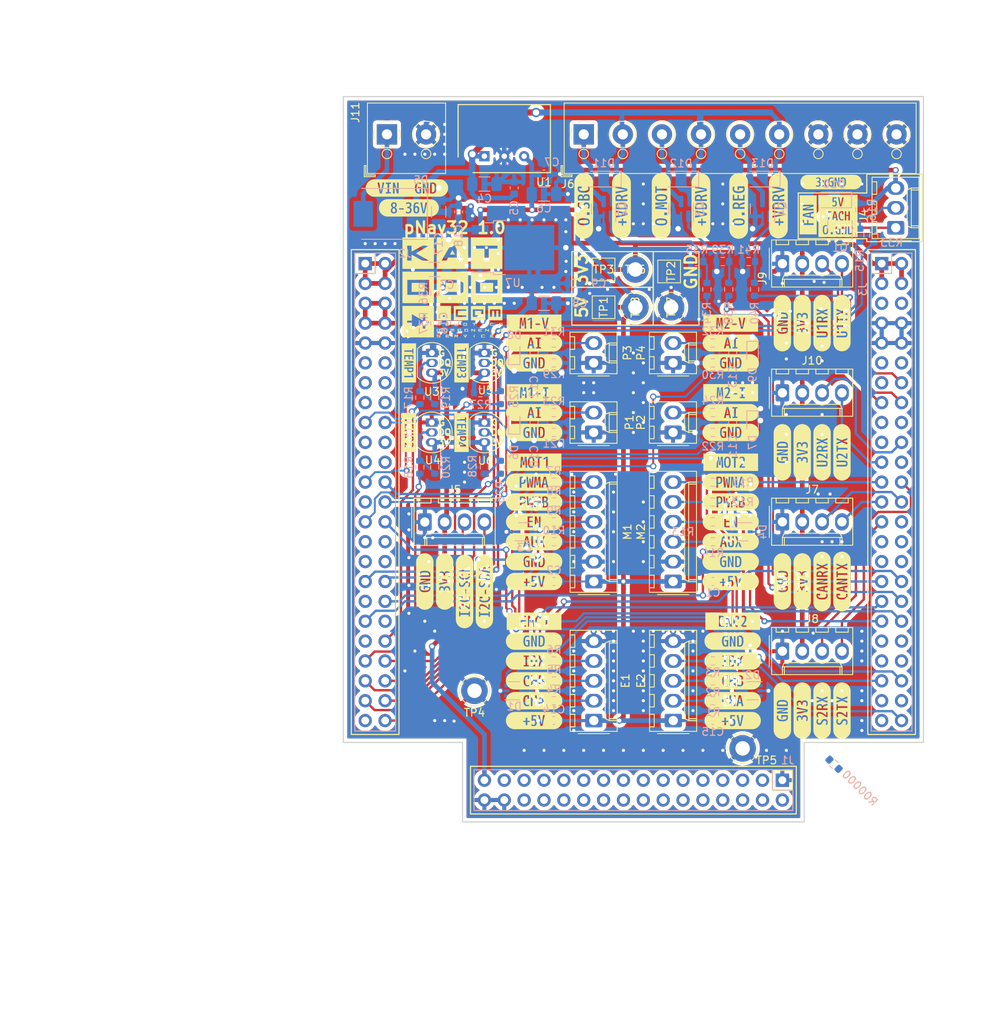
<source format=kicad_pcb>
(kicad_pcb (version 20211014) (generator pcbnew)
  (layers (0 "F.Cu" signal) (31 "B.Cu" signal) (34 "B.Paste" user) (35 "F.Paste" user) (36 "B.SilkS" user "B.Silkscreen") (37 "F.SilkS" user "F.Silkscreen") (38 "B.Mask" user) (39 "F.Mask" user) (44 "Edge.Cuts" user))
  (net 0 "")
  (net 25 "PE2")
  (net 26 "Vdrive")
  (net 27 "PA0_WKUP_MAIN_SUPPLY")
  (net 28 "PE5")
  (net 29 "PE6")
  (net 30 "PC13")
  (net 31 "PC0_M1_CURRENT")
  (net 32 "Net-(D10-Pad2)")
  (net 33 "PC2")
  (net 34 "PC3")
  (net 35 "VR-")
  (net 36 "VR+")
  (net 37 "PA3_M1_V")
  (net 38 "PA2")
  (net 39 "PA4_M2_V")
  (net 40 "PA8_E1_CHA")
  (net 41 "PA5_E2_CHA")
  (net 42 "/Supply and Power/Vin")
  (net 43 "/Supply and Power/O_SBC")
  (net 44 "PC4")
  (net 45 "PC5")
  (net 46 "/Supply and Power/O_MOT")
  (net 47 "PA6_LED_D2")
  (net 48 "PE7")
  (net 49 "PA7_LED_D3")
  (net 50 "PB0_FAN_PWM")
  (net 51 "PE10")
  (net 52 "PE11")
  (net 53 "PB1_FAN_IDX")
  (net 54 "PE8_MOT1_AUX")
  (net 55 "PE9_MOT2_AUX")
  (net 56 "PE12_TEMP1")
  (net 57 "PE13_TEMP2")
  (net 58 "PE14_TEMP3")
  (net 59 "PE15_TEMP4")
  (net 60 "PB10_I2C-SCL")
  (net 61 "PC7_TIM8_MOT1_P")
  (net 62 "PB14_TIM8_MOT1_N")
  (net 63 "PB12_MOT1_EN")
  (net 64 "PE1")
  (net 65 "PE0")
  (net 66 "PB9")
  (net 67 "PB11_I2C-SDA")
  (net 68 "PB13")
  (net 69 "PB8_PWR-REG-EN")
  (net 70 "PB5")
  (net 71 "PB3")
  (net 72 "PD7")
  (net 73 "PB7_USART1-RX")
  (net 74 "PB6_USART1-TX")
  (net 75 "PD4")
  (net 76 "PD6_USART2-RX")
  (net 77 "PD5_USART2-TX")
  (net 78 "PD3_MOT2_EN")
  (net 79 "PD2_SER2_RX")
  (net 80 "PD1_CAN-TX")
  (net 81 "PC11")
  (net 82 "PC10")
  (net 83 "PA15")
  (net 84 "PD0_CAN-RX")
  (net 85 "PC12_SER2_TX")
  (net 86 "PA12_USB_P")
  (net 87 "PA9_E1_CHB")
  (net 88 "PA1_E2_CHB")
  (net 89 "PA11_USB_N")
  (net 91 "PC8_TIM8_MOT2_P")
  (net 92 "PC6")
  (net 93 "PB15_TIM8_MOT2_N")
  (net 94 "PA10_PWR_MOT_EN")
  (net 95 "PD13")
  (net 96 "Net-(J4-Pad2)")
  (net 97 "PD12_EXTI12_E2_IDX")
  (net 98 "PD9")
  (net 99 "PD11_EXTI11_E1_IDX")
  (net 100 "/Supply and Power/O_REG")
  (net 101 "+5V")
  (net 102 "+3V3")
  (net 103 "GND")
  (net 104 "PE3_KEY1")
  (net 105 "E1_CHA")
  (net 106 "E1_CHB")
  (net 107 "Net-(P1-Pad2)")
  (net 108 "AUX1")
  (net 109 "PWMA1")
  (net 110 "PWMB1")
  (net 111 "EN1")
  (net 112 "Net-(P2-Pad2)")
  (net 113 "Net-(P3-Pad2)")
  (net 114 "Net-(P4-Pad2)")
  (net 115 "AUX2")
  (net 116 "PWMA2")
  (net 117 "PWMB2")
  (net 118 "EN2")
  (net 119 "PE4_KEY0")
  (net 120 "E1_IDX")
  (net 121 "E2_CHA")
  (net 122 "E2_CHB")
  (net 123 "E2_IDX")
  (net 124 "FSMC_D15{slash}PD10")
  (net 125 "FSMC_D13{slash}PD8")
  (net 126 "FSMC_D1{slash}PD15")
  (net 127 "FSMC_D0{slash}PD14")
  (net 128 "PC1_M2_CURRENT")
  (net 129 "BOOT0")
  (net 130 "PB2_BOOT1")
  (net 131 "PC9_PWR_SBC_EN")
  (net 132 "Net-(Q1-Pad1)")
  (net 133 "Net-(Q2-Pad1)")
  (net 134 "Net-(R17-Pad1)")
  (net 135 "Net-(Q3-Pad1)")
  (net 136 "Net-(R18-Pad1)")
  (net 137 "Net-(Q4-Pad1)")
  (net 138 "Net-(R25-Pad1)")
  (net 139 "Net-(R26-Pad1)")
  (footprint "kibuzzard-6394D4E3" (layer "F.Cu") (at 109.22 91.44 90)
    (fp_text reference "kibuzzard-6394D4E3" hide)
    (fp_text value "G***" hide)
  )
  (footprint "Package_TO_SOT_THT:TO-92_Inline" (layer "F.Cu") (at 116.84 71.12 -90)
    (fp_text reference "U6")
    (fp_text value "#DS18B20")
  )
  (footprint "kibuzzard-6394D524" (layer "F.Cu") (at 160.02 74.93 90)
    (fp_text reference "kibuzzard-6394D524" hide)
    (fp_text value "G***" hide)
  )
  (footprint "kibuzzard-63934268" (layer "F.Cu") (at 148.59 101.6)
    (fp_text reference "kibuzzard-63934268" hide)
    (fp_text value "G***" hide)
  )
  (footprint "kibuzzard-6393426E" (layer "F.Cu") (at 123.19 99.06)
    (fp_text reference "kibuzzard-6393426E" hide)
    (fp_text value "G***" hide)
  )
  (footprint "kibuzzard-6394D9EA" (layer "F.Cu") (at 107.188 43.688)
    (fp_text reference "kibuzzard-6394D9EA" hide)
    (fp_text value "G***" hide)
  )
  (footprint "kibuzzard-6393459E" (layer "F.Cu") (at 123.19 96.52)
    (fp_text reference "kibuzzard-6393459E" hide)
    (fp_text value "G***" hide)
  )
  (footprint "kibuzzard-6393473F" (layer "F.Cu") (at 123.19 81.28)
    (fp_text reference "kibuzzard-6393473F" hide)
    (fp_text value "G***" hide)
  )
  (footprint "katodo:DG300-5.0-09P-13" (layer "F.Cu") (at 129.54 34.29)
    (fp_text reference "J6")
    (fp_text value "CONN_01x09")
  )
  (footprint "kibuzzard-63934B9D" (layer "F.Cu") (at 148.336 60.96)
    (fp_text reference "kibuzzard-63934B9D" hide)
    (fp_text value "G***" hide)
  )
  (footprint "Package_TO_SOT_THT:TO-92_Inline" (layer "F.Cu") (at 116.84 62.23 -90)
    (fp_text reference "U5")
    (fp_text value "#DS18B20")
  )
  (footprint "kibuzzard-63934BD9" (layer "F.Cu") (at 148.336 72.39)
    (fp_text reference "kibuzzard-63934BD9" hide)
    (fp_text value "G***" hide)
  )
  (footprint "kibuzzard-639345B8" (layer "F.Cu") (at 148.59 96.52)
    (fp_text reference "kibuzzard-639345B8" hide)
    (fp_text value "G***" hide)
  )
  (footprint "TestPoint:TestPoint_Loop_D2.50mm_Drill1.85mm" (layer "F.Cu") (at 115.57 105.41)
    (fp_text reference "TP4")
    (fp_text value "TESTPAD")
  )
  (footprint "Connector_Molex:Molex_KK-254_AE-6410-04A_1x04_P2.54mm_Vertical" (layer "F.Cu") (at 154.94 100.35)
    (fp_text reference "J8")
    (fp_text value "CONN_01x04")
  )
  (footprint "kibuzzard-63934273" (layer "F.Cu") (at 123.19 91.44)
    (fp_text reference "kibuzzard-63934273" hide)
    (fp_text value "G***" hide)
  )
  (footprint "kibuzzard-63934574" (layer "F.Cu") (at 123.19 106.68)
    (fp_text reference "kibuzzard-63934574" hide)
    (fp_text value "G***" hide)
  )
  (footprint "Connector_Molex:Molex_KK-254_AE-6410-06A_1x06_P2.54mm_Vertical" (layer "F.Cu") (at 140.97 91.44 90)
    (fp_text reference "M2")
    (fp_text value "~")
  )
  (footprint "kibuzzard-63934BD1" (layer "F.Cu") (at 148.336 69.85)
    (fp_text reference "kibuzzard-63934BD1" hide)
    (fp_text value "G***" hide)
  )
  (footprint "kibuzzard-6394D57A" (layer "F.Cu") (at 162.56 107.95 90)
    (fp_text reference "kibuzzard-6394D57A" hide)
    (fp_text value "G***" hide)
  )
  (footprint "kibuzzard-63AAD233" (layer "F.Cu") (at 161.163 40.386)
    (fp_text reference "kibuzzard-63AAD233" hide)
    (fp_text value "G***" hide)
  )
  (footprint "Package_SIP:SIP3_11.6x8.5mm" (layer "F.Cu") (at 116.84 37.084)
    (fp_text reference "U1")
    (fp_text value "LMS78_05-2.0R")
  )
  (footprint "katodo:DG300-5.0-02P-13" (layer "F.Cu") (at 104.38 34.29)
    (fp_text reference "J11")
    (fp_text value "dG300-5.0-02P-13-00AH")
  )
  (footprint "Connector_Molex:Molex_KK-254_AE-6410-04A_1x04_P2.54mm_Vertical" (layer "F.Cu") (at 109.22 83.84)
    (fp_text reference "J5")
    (fp_text value "CONN_01x04")
  )
  (footprint "kibuzzard-63AACC29" (layer "F.Cu") (at 139.446 43.434 90)
    (fp_text reference "kibuzzard-63AACC29" hide)
    (fp_text value "G***" hide)
  )
  (footprint "kibuzzard-6394D4F3" (layer "F.Cu") (at 111.76 91.44 90)
    (fp_text reference "kibuzzard-6394D4F3" hide)
    (fp_text value "G***" hide)
  )
  (footprint "kibuzzard-6394D4E3" (layer "F.Cu") (at 154.94 91.44 90)
    (fp_text reference "kibuzzard-6394D4E3" hide)
    (fp_text value "G***" hide)
  )
  (footprint "TestPoint:TestPoint_Pad_2.5x2.5mm" (layer "F.Cu") (at 132.08 56.388)
    (fp_text reference "TP1")
    (fp_text value "TESTPAD")
  )
  (footprint "kibuzzard-63934760" (layer "F.Cu") (at 148.336 88.9)
    (fp_text reference "kibuzzard-63934760" hide)
    (fp_text value "G***" hide)
  )
  (footprint "kibuzzard-63934735" (layer "F.Cu") (at 123.19 78.74)
    (fp_text reference "kibuzzard-63934735" hide)
    (fp_text value "G***" hide)
  )
  (footprint "TestPoint:TestPoint_Loop_D2.50mm_Drill1.85mm" (layer "F.Cu") (at 149.86 112.776)
    (fp_text reference "TP5")
    (fp_text value "TESTPAD")
  )
  (footprint "kibuzzard-63AAD280" (layer "F.Cu") (at 134.366 43.434 90)
    (fp_text reference "kibuzzard-63AAD280" hide)
    (fp_text value "G***" hide)
  )
  (footprint "Connector_Molex:Molex_KK-254_AE-6410-02A_1x02_P2.54mm_Vertical" (layer "F.Cu") (at 140.97 72.39 90)
    (fp_text reference "P2")
    (fp_text value "~")
  )
  (footprint "kibuzzard-6394D572" (layer "F.Cu") (at 160.02 107.95 90)
    (fp_text reference "kibuzzard-6394D572" hide)
    (fp_text value "G***" hide)
  )
  (footprint "kibuzzard-63934574" (layer "F.Cu") (at 148.59 106.68)
    (fp_text reference "kibuzzard-63934574" hide)
    (fp_text value "G***" hide)
  )
  (footprint "kibuzzard-63934BD1" (layer "F.Cu") (at 123.19 69.85)
    (fp_text reference "kibuzzard-63934BD1" hide)
    (fp_text value "G***" hide)
  )
  (footprint "Connector_Molex:Molex_KK-254_AE-6410-02A_1x02_P2.54mm_Vertical" (layer "F.Cu") (at 130.81 72.39 90)
    (fp_text reference "P1")
    (fp_text value "~")
  )
  (footprint "kibuzzard-63934749" (layer "F.Cu") (at 148.336 83.82)
    (fp_text reference "kibuzzard-63934749" hide)
    (fp_text value "G***" hide)
  )
  (footprint "kibuzzard-6393456C" (layer "F.Cu") (at 123.19 104.14)
    (fp_text reference "kibuzzard-6393456C" hide)
    (fp_text value "G***" hide)
  )
  (footprint "kibuzzard-63AAD289" (layer "F.Cu") (at 144.526 43.434 90)
    (fp_text reference "kibuzzard-63AAD289" hide)
    (fp_text value "G***" hide)
  )
  (footprint "Connector_Molex:Molex_KK-254_AE-6410-05A_1x05_P2.54mm_Vertical" (layer "F.Cu") (at 140.99 109.22 90)
    (fp_text reference "E2")
    (fp_text value "~")
  )
  (footprint "kibuzzard-63AAD203" (layer "F.Cu") (at 162.052 44.704)
    (fp_text reference "kibuzzard-63AAD203" hide)
    (fp_text value "G***" hide)
  )
  (footprint "kibuzzard-63934B92" (layer "F.Cu") (at 123.19 63.5)
    (fp_text reference "kibuzzard-63934B92" hide)
    (fp_text value "G***" hide)
  )
  (footprint "kibuzzard-63934BC4" (layer "F.Cu") (at 148.336 67.31)
    (fp_text reference "kibuzzard-63934BC4" hide)
    (fp_text value "G***" hide)
  )
  (footprint "kibuzzard-6394D504" (layer "F.Cu") (at 160.02 58.42 90)
    (fp_text reference "kibuzzard-6394D504" hide)
    (fp_text value "G***" hide)
  )
  (footprint "kibuzzard-6394D4E3" (layer "F.Cu") (at 154.94 58.42 90)
    (fp_text reference "kibuzzard-6394D4E3" hide)
    (fp_text value "G***" hide)
  )
  (footprint "Connector_Molex:Molex_KK-254_AE-6410-04A_1x04_P2.54mm_Vertical" (layer "F.Cu") (at 154.94 67.33)
    (fp_text reference "J10")
    (fp_text value "CONN_01x04")
  )
  (footprint "TestPoint:TestPoint_Loop_D2.50mm_Drill1.85mm" (layer "F.Cu") (at 136.144 56.388)
    (fp_text reference "TP8")
    (fp_text value "TESTPAD")
  )
  (footprint "kibuzzard-6394D4F3" (layer "F.Cu") (at 157.48 58.42 90)
    (fp_text reference "kibuzzard-6394D4F3" hide)
    (fp_text value "G***" hide)
  )
  (footprint "kibuzzard-63934B92" (layer "F.Cu") (at 148.336 63.5)
    (fp_text reference "kibuzzard-63934B92" hide)
    (fp_text value "G***" hide)
  )
  (footprint "kibuzzard-6394D8B5" (layer "F.Cu") (at 116.84 92.71 90)
    (fp_text reference "kibuzzard-6394D8B5" hide)
    (fp_text value "G***" hide)
  )
  (footprint "kibuzzard-63934749" (layer "F.Cu") (at 123.19 83.82)
    (fp_text reference "kibuzzard-63934749" hide)
    (fp_text value "G***" hide)
  )
  (footprint "kibuzzard-6395EE3C" (layer "F.Cu") (at 158.242 44.577 90)
    (fp_text reference "kibuzzard-6395EE3C" hide)
    (fp_text value "G***" hide)
  )
  (footprint "TestPoint:TestPoint_Loop_D2.50mm_Drill1.85mm" (layer "F.Cu") (at 136.144 51.562)
    (fp_text reference "TP6")
    (fp_text value "TESTPAD")
  )
  (footprint "kibuzzard-6393426E" (layer "F.Cu") (at 148.59 99.06)
    (fp_text reference "kibuzzard-6393426E" hide)
    (fp_text value "G***" hide)
  )
  (footprint "kibuzzard-6394D4E3" (layer "F.Cu") (at 154.94 74.93 90)
    (fp_text reference "kibuzzard-6394D4E3" hide)
    (fp_text value "G***" hide)
  )
  (footprint "kibuzzard-6394D50C" (layer "F.Cu") (at 162.56 58.42 90)
    (fp_text reference "kibuzzard-6394D50C" hide)
    (fp_text value "G***" hide)
  )
  (footprint "kibuzzard-63934BBB" (layer "F.Cu") (at 148.336 58.42)
    (fp_text reference "kibuzzard-63934BBB" hide)
    (fp_text value "G***" hide)
  )
  (footprint "kibuzzard-63AAD7D2" (layer "F.Cu") (at 107.188 72.39 -90)
    (fp_text reference "kibuzzard-63AAD7D2" hide)
    (fp_text value "G***" hide)
  )
  (footprint "Connector_Molex:Molex_KK-254_AE-6410-04A_1x04_P2.54mm_Vertical" (layer "F.Cu") (at 154.94 83.82)
    (fp_text reference "J7")
    (fp_text value "CONN_01x04")
  )
  (footprint "kibuzzard-63AACC58" (layer "F.Cu") (at 149.352 43.434 90)
    (fp_text reference "kibuzzard-63AACC58" hide)
    (fp_text value "G***" hide)
  )
  (footprint "kibuzzard-63934B9D" (layer "F.Cu") (at 123.19 60.96)
    (fp_text reference "kibuzzard-63934B9D" hide)
    (fp_text value "G***" hide)
  )
  (footprint "TestPoint:TestPoint_Pad_2.5x2.5mm" (layer "F.Cu") (at 140.462 51.816)
    (fp_text reference "TP2")
    (fp_text value "TESTPAD")
  )
  (footprint "kibuzzard-63AB02C8" (layer "F.Cu") (at 106.934 41.148)
    (fp_text reference "kibuzzard-63AB02C8" hide)
    (fp_text value "G***" hide)
  )
  (footprint "kibuzzard-6394D54D" (layer "F.Cu") (at 160.02 91.44 90)
    (fp_text reference "kibuzzard-6394D54D" hide)
    (fp_text value "G***" hide)
  )
  (footprint "kibuzzard-63AAD7EB" (layer "F.Cu") (at 113.919 72.39 -90)
    (fp_text reference "kibuzzard-63AAD7EB" hide)
    (fp_text value "G***" hide)
  )
  (footprint "kibuzzard-6393473F" (layer "F.Cu") (at 148.336 81.28)
    (fp_text reference "kibuzzard-6393473F" hide)
    (fp_text value "G***" hide)
  )
  (footprint "kibuzzard-63934273" (layer "F.Cu") (at 148.59 109.22)
    (fp_text reference "kibuzzard-63934273" hide)
    (fp_text value "G***" hide)
  )
  (footprint "kibuzzard-63934BF1" (layer "F.Cu") (at 123.19 58.42)
    (fp_text reference "kibuzzard-63934BF1" hide)
    (fp_text value "G***" hide)
  )
  (footprint "kibuzzard-63AAD294" (layer "F.Cu") (at 154.432 43.434 90)
    (fp_text reference "kibuzzard-63AAD294" hide)
    (fp_text value "G***" hide)
  )
  (footprint "Connector_Molex:Molex_KK-254_AE-6410-06A_1x06_P2.54mm_Vertical" (layer "F.Cu") (at 130.83 91.44 90)
    (fp_text reference "M1")
    (fp_text value "~")
  )
  (footprint "Package_TO_SOT_THT:TO-92_Inline" (layer "F.Cu") (at 110.13 62.23 -90)
    (fp_text reference "U3")
    (fp_text value "#DS18B20")
  )
  (footprint "kibuzzard-63934273" (layer "F.Cu") (at 123.19 109.22)
    (fp_text reference "kibuzzard-63934273" hide)
    (fp_text value "G***" hide)
  )
  (footprint "kibuzzard-63934750" (layer "F.Cu") (at 123.19 86.36)
    (fp_text reference "kibuzzard-63934750" hide)
    (fp_text value "G***" hide)
  )
  (footprint "kibuzzard-63934BD9" (layer "F.Cu") (at 123.19 72.39)
    (fp_text reference "kibuzzard-63934BD9" hide)
    (fp_text value "G***" hide)
  )
  (footprint "Package_TO_SOT_THT:TO-92_Inline" (layer "F.Cu") (at 110.109 71.12 -90)
    (fp_text reference "U4")
    (fp_text value "#DS18B20")
  )
  (footprint "kibuzzard-6394D4F3" (layer "F.Cu") (at 157.48 74.93 90)
    (fp_text reference "kibuzzard-6394D4F3" hide)
    (fp_text value "G***" hide)
  )
  (footprint "Connector_Molex:Molex_KK-254_AE-6410-02A_1x02_P2.54mm_Vertical" (layer "F.Cu") (at 130.81 63.5 90)
    (fp_text reference "P3")
    (fp_text value "~")
  )
  (footprint "TestPoint:TestPoint_Loop_D2.50mm_Drill1.85mm" (layer "F.Cu") (at 140.716 56.388)
    (fp_text reference "TP7")
    (fp_text value "TESTPAD")
  )
  (footprint "kibuzzard-6394D4E3" (layer "F.Cu") (at 154.94 107.95 90)
    (fp_text reference "kibuzzard-6394D4E3" hide)
    (fp_text value "G***" hide)
  )
  (footprint "kibuzzard-63934BF7" (layer "F.Cu") (at 123.19 67.31)
    (fp_text reference "kibuzzard-63934BF7" hide)
    (fp_text value "G***" hide)
  )
  (footprint "kibuzzard-63934750" (layer "F.Cu") (at 148.336 86.36)
    (fp_text reference "kibuzzard-63934750" hide)
    (fp_text value "G***" hide)
  )
  (footprint "katodo:Katodo" (layer "F.Cu") (at 112.776 53.848)
    (fp_text reference "G***" hide)
    (fp_text value "LOGO" hide)
  )
  (footprint "kibuzzard-6393456C" (layer "F.Cu") (at 148.59 104.14)
    (fp_text reference "kibuzzard-6393456C" hide)
    (fp_text value "G***" hide)
  )
  (footprint "kibuzzard-63AAD7A3" (layer "F.Cu") (at 107.188 63.5 -90)
    (fp_text reference "kibuzzard-63AAD7A3" hide)
    (fp_text value "G***" hide)
  )
  (footprint "kibuzzard-63934273" (layer "F.Cu") (at 148.336 91.44)
    (fp_text reference "kibuzzard-63934273" hide)
    (fp_text value "G***" hide)
  )
  (footprint "kibuzzard-63934774" (layer "F.Cu") (at 148.336 76.2)
    (fp_text reference "kibuzzard-63934774" hide)
    (fp_text value "G***" hide)
  )
  (footprint "kibuzzard-63AAD219" (layer "F.Cu") (at 162.052 46.482)
    (fp_text reference "kibuzzard-63AAD219" hide)
    (fp_text value "G***" hide)
  )
  (footprint "kibuzzard-63AAD1E2" (layer "F.Cu") (at 162.052 42.926)
    (fp_text reference "kibuzzard-63AAD1E2" hide)
    (fp_text value "G***" hide)
  )
  (footprint "kibuzzard-63934760" (layer "F.Cu") (at 123.19 88.9)
    (fp_text reference "kibuzzard-63934760" hide)
    (fp_text value "G***" hide)
  )
  (footprint "Connector_Molex:Molex_KK-254_AE-6410-03A_1x03_P2.54mm_Vertical" (layer "F.Cu") (at 169.438 46.228 90)
    (fp_text reference "J4")
    (fp_text value "CONN_01x03")
  )
  (footprint "kibuzzard-6394D52A" (layer "F.Cu") (at 162.56 74.93 90)
    (fp_text reference "kibuzzard-6394D52A" hide)
    (fp_text value "G***" hide)
  )
  (footprint "kibuzzard-63934735" (layer "F.Cu") (at 148.336 78.74)
    (fp_text reference "kibuzzard-63934735" hide)
    (fp_text value "G***" hide)
  )
  (footprint "kibuzzard-6394D557" (layer "F.Cu") (at 162.56 91.44 90)
    (fp_text reference "kibuzzard-6394D557" hide)
    (fp_text value "G***" hide)
  )
  (footprint "kibuzzard-63AAD7FB" (layer "F.Cu") (at 113.919 63.5 -90)
    (fp_text reference "kibuzzard-63AAD7FB" hide)
    (fp_text value "G***" hide)
  )
  (footprint "kibuzzard-63934268" (layer "F.Cu") (at 123.19 101.6)
    (fp_text reference "kibuzzard-63934268" hide)
    (fp_text value "G***" hide)
  )
  (footprint "TestPoint:TestPoint_Pad_2.5x2.5mm" (layer "F.Cu") (at 132.08 51.562)
    (fp_text reference "TP3")
    (fp_text value "TESTPAD")
  )
  (footprint "Connector_Molex:Molex_KK-254_AE-6410-05A_1x05_P2.54mm_Vertical" (layer "F.Cu") (at 130.83 109.22 90)
    (fp_text reference "E1")
    (fp_text value "~")
  )
  (footprint "kibuzzard-6394D4F3" (layer "F.Cu") (at 157.48 91.44 90)
    (fp_text reference "kibuzzard-6394D4F3" hide)
    (fp_text value "G***" hide)
  )
  (footprint "Connector_Molex:Molex_KK-254_AE-6410-02A_1x02_P2.54mm_Vertical" (layer "F.Cu") (at 140.97 63.5 90)
    (fp_text reference "P4")
    (fp_text value "~")
  )
  (footprint "Connector_Molex:Molex_KK-254_AE-6410-04A_1x04_P2.54mm_Vertical" (layer "F.Cu") (at 154.94 50.82)
    (fp_text reference "J9")
    (fp_text value "CONN_01x04")
  )
  (footprint "kibuzzard-63934711" (layer "F.Cu") (at 123.19 76.2)
    (fp_text reference "kibuzzard-63934711" hide)
    (fp_text value "G***" hide)
  )
  (footprint "kibuzzard-63AACC33" (layer "F.Cu") (at 129.54 43.434 90)
    (fp_text reference "kibuzzard-63AACC33" hide)
    (fp_text value "G***" hide)
  )
  (footprint "kibuzzard-6394D4F3" (layer "F.Cu") (at 157.48 107.95 90)
    (fp_text reference "kibuzzard-6394D4F3" hide)
    (fp_text value "G***" hide)
  )
  (footprint "kibuzzard-6394D8C1" (layer "F.Cu") (at 114.3 92.71 90)
    (fp_text reference "kibuzzard-6394D8C1" hide)
    (fp_text value "G***" hide)
  )
  (footprint "Resistor_SMD:R_0603_1608Metric" (layer "B.Cu") (at 125.73 106.68 180)
    (fp_text reference "R4")
    (fp_text value "100R")
  )
  (footprint "Capacitor_SMD:C_0603_1608Metric" (layer "B.Cu") (at 148.59 71.12 90)
    (fp_text reference "C11")
    (fp_text value "100n")
  )
  (footprint "Resistor_SMD:R_0603_1608Metric" (layer "B.Cu") (at 110.49 54.61 -90)
    (fp_text reference "R36")
    (fp_text value "100K")
  )
  (footprint "Resistor_SMD:R_0603_1608Metric" (layer "B.Cu") (at 146.05 69.85)
    (fp_text reference "R24")
    (fp_text value "1K")
  )
  (footprint "Resistor_SMD:R_0603_1608Metric" (layer "B.Cu") (at 108.585 67.945 -90)
    (fp_text reference "R17")
    (fp_text value "1K")
  )
  (footprint "Resistor_SMD:R_0603_1608Metric" (layer "B.Cu") (at 146.05 83.82)
    (fp_text reference "R13")
    (fp_text value "100R")
  )
  (footprint "Resistor_SMD:R_0603_1608Metric" (layer "B.Cu") (at 108.585 76.835 -90)
    (fp_text reference "R18")
    (fp_text value "1K")
  )
  (footprint "Diode_SMD:D_SOD-123" (layer "B.Cu") (at 132.08 40.005 180)
    (fp_text reference "D11")
    (fp_text value "1N4148W")
  )
  (footprint "Resistor_SMD:R_0603_1608Metric" (layer "B.Cu") (at 146.05 104.14)
    (fp_text reference "R2")
    (fp_text value "100R")
  )
  (footprint "Resistor_SMD:R_0603_1608Metric" (layer "B.Cu") (at 116.84 76.835 90)
    (fp_text reference "R28")
    (fp_text value "1K")
  )
  (footprint "Diode_SMD:D_SOD-123" (layer "B.Cu") (at 141.986 40.005 180)
    (fp_text reference "D12")
    (fp_text value "1N4148W")
  )
  (footprint "Resistor_SMD:R_0603_1608Metric" (layer "B.Cu") (at 125.73 60.96 180)
    (fp_text reference "R31")
    (fp_text value "1K")
  )
  (footprint "Resistor_SMD:R_0603_1608Metric" (layer "B.Cu") (at 161.544 114.808 135)
    (fp_text reference "R00000")
    (fp_text value "1K96")
  )
  (footprint "Package_TO_SOT_SMD:SOT-23" (layer "B.Cu") (at 141.986 43.815 90)
    (fp_text reference "Q3")
    (fp_text value "BSS138")
  )
  (footprint "Resistor_SMD:R_0603_1608Metric" (layer "B.Cu") (at 116.332 67.31 180)
    (fp_text reference "R27")
    (fp_text value "1K")
  )
  (footprint "Resistor_SMD:R_0603_1608Metric" (layer "B.Cu") (at 146.05 101.6)
    (fp_text reference "R3")
    (fp_text value "100R")
  )
  (footprint "Package_TO_SOT_SMD:SOT-23" (layer "B.Cu") (at 132.08 43.815 90)
    (fp_text reference "Q2")
    (fp_text value "BSS138")
  )
  (footprint "Capacitor_SMD:C_0603_1608Metric" (layer "B.Cu") (at 148.59 62.23 90)
    (fp_text reference "C13")
    (fp_text value "100n")
  )
  (footprint "Diode_SMD:D_SMC" (layer "B.Cu") (at 104.746 44.45 180)
    (fp_text reference "D5")
    (fp_text value "SS36-E3/57T")
  )
  (footprint "Capacitor_SMD:C_0603_1608Metric" (layer "B.Cu") (at 123.19 71.12 -90)
    (fp_text reference "C10")
    (fp_text value "100n")
  )
  (footprint "Resistor_SMD:R_0603_1608Metric" (layer "B.Cu") (at 125.73 72.39)
    (fp_text reference "R21")
    (fp_text value "10K")
  )
  (footprint "Resistor_SMD:R_0603_1608Metric" (layer "B.Cu") (at 164.846 47.181 -90)
    (fp_text reference "R15")
    (fp_text value "100R")
  )
  (footprint "Capacitor_SMD:C_0603_1608Metric" (layer "B.Cu") (at 120.65 41.135 90)
    (fp_text reference "C5")
    (fp_text value "100n")
  )
  (footprint "Package_TO_SOT_SMD:SOT-363_SC-70-6" (layer "B.Cu") (at 120.65 105.41)
    (fp_text reference "D1")
    (fp_text value "SMF05CT1G")
  )
  (footprint "Resistor_SMD:R_0603_1608Metric" (layer "B.Cu") (at 118.872 76.835 -90)
    (fp_text reference "R26")
    (fp_text value "1K")
  )
  (footprint "Resistor_SMD:R_0603_1608Metric" (layer "B.Cu") (at 146.05 106.68)
    (fp_text reference "R1")
    (fp_text value "100R")
  )
  (footprint "Resistor_SMD:R_0603_1608Metric" (layer "B.Cu") (at 125.73 81.28 180)
    (fp_text reference "R8")
    (fp_text value "100R")
  )
  (footprint "Resistor_SMD:R_0603_1608Metric" (layer "B.Cu") (at 125.73 104.14 180)
    (fp_text reference "R5")
    (fp_text value "100R")
  )
  (footprint "Capacitor_SMD:C_0603_1608Metric" (layer "B.Cu") (at 146.05 109.22)
    (fp_text reference "C15")
    (fp_text value "100n")
  )
  (footprint "Resistor_SMD:R_0603_1608Metric" (layer "B.Cu") (at 125.73 63.5)
    (fp_text reference "R29")
    (fp_text value "10K")
  )
  (footprint "Resistor_SMD:R_0603_1608Metric" (layer "B.Cu") (at 146.05 63.5 180)
    (fp_text reference "R30")
    (fp_text value "10K")
  )
  (footprint "Capacitor_SMD:C_0603_1608Metric" (layer "B.Cu") (at 125.73 91.44 180)
    (fp_text reference "C2")
    (fp_text value "100n")
  )
  (footprint "Resistor_SMD:R_0603_1608Metric" (layer "B.Cu") (at 125.73 83.82 180)
    (fp_text reference "R9")
    (fp_text value "100R")
  )
  (footprint "Resistor_SMD:R_0603_1608Metric" (layer "B.Cu") (at 151.384 54.102 -90)
    (fp_text reference "R40")
    (fp_text value "100R")
  )
  (footprint "Capacitor_SMD:C_1206_3216Metric_Pad1.33x1.80mm_HandSolder" (layer "B.Cu") (at 116.84 40.64)
    (fp_text reference "C4")
    (fp_text value "10uF 50V")
  )
  (footprint "Resistor_SMD:R_0603_1608Metric" (layer "B.Cu") (at 145.288 54.102 -90)
    (fp_text reference "R34")
    (fp_text value "100R")
  )
  (footprint "Capacitor_SMD:C_0603_1608Metric" (layer "B.Cu") (at 146.05 91.44)
    (fp_text reference "C1")
    (fp_text value "100n")
  )
  (footprint "Package_TO_SOT_SMD:SOT-23" (layer "B.Cu") (at 152.4 43.815 90)
    (fp_text reference "Q4")
    (fp_text value "BSS138")
  )
  (footprint "Resistor_SMD:R_0603_1608Metric" (layer "B.Cu") (at 125.73 78.74 180)
    (fp_text reference "R7")
    (fp_text value "100R")
  )
  (footprint "Diode_SMD:D_0603_1608Metric" (layer "B.Cu") (at 151.13 71.12 -90)
    (fp_text reference "D7")
    (fp_text value "PESD5V0X1BCSFYL")
  )
  (footprint "Resistor_SMD:R_0603_1608Metric" (layer "B.Cu") (at 147.32 50.546 180)
    (fp_text reference "R39")
    (fp_text value "10K")
  )
  (footprint "Resistor_SMD:R_0603_1608Metric" (layer "B.Cu") (at 125.73 86.36 180)
    (fp_text reference "R10")
    (fp_text value "100R")
  )
  (footprint "Package_TO_SOT_SMD:TO-252-2" (layer "B.Cu") (at 120.479 48.767)
    (fp_text reference "U7")
    (fp_text value "LD1117DT33TR")
  )
  (footprint "Resistor_SMD:R_0603_1608Metric" (layer "B.Cu") (at 144.018 50.546 180)
    (fp_text reference "R35")
    (fp_text value "10K")
  )
  (footprint "Capacitor_SMD:C_1206_3216Metric_Pad1.33x1.80mm_HandSolder" (layer "B.Cu") (at 124.46 41.91)
    (fp_text reference "C6")
    (fp_text value "22uF 10V")
  )
  (footprint "Resistor_SMD:R_0603_1608Metric" (layer "B.Cu") (at 146.05 72.39 180)
    (fp_text reference "R22")
    (fp_text value "10K")
  )
  (footprint "Resistor_SMD:R_0603_1608Metric" (layer "B.Cu") (at 164.846 43.942 90)
    (fp_text reference "R16")
    (fp_text value "10K")
  )
  (footprint "Resistor_SMD:R_0603_1608Metric" (layer "B.Cu") (at 148.082 54.102 -90)
    (fp_text reference "R38")
    (fp_text value "100R")
  )
  (footprint "Capacitor_SMD:C_1206_3216Metric_Pad1.33x1.80mm_HandSolder" (layer "B.Cu") (at 124.46 55.88)
    (fp_text reference "C8")
    (fp_text value "22uF 10V")
  )
  (footprint "Resistor_SMD:R_0603_1608Metric" (layer "B.Cu") (at 118.872 67.945 -90)
    (fp_text reference "R25")
    (fp_text value "1K")
  )
  (footprint "Package_TO_SOT_SMD:SOT-363_SC-70-6" (layer "B.Cu") (at 151.13 105.41 180)
    (fp_text reference "D2")
    (fp_text value "SMF05CT1G")
  )
  (footprint "Capacitor_SMD:C_0603_1608Metric" (layer "B.Cu") (at 113.03 58.42 -90)
    (fp_text reference "C16")
    (fp_text value "100n")
  )
  (footprint "Diode_SMD:D_0603_1608Metric" (layer "B.Cu") (at 120.65 71.12 90)
    (fp_text reference "D6")
    (fp_text value "PESD5V0X1BCSFYL")
  )
  (footprint "Resistor_SMD:R_0603_1608Metric" (layer "B.Cu") (at 146.05 78.74)
    (fp_text reference "R11")
    (fp_text value "100R")
  )
  (footprint "Connector_PinSocket_2.54mm:PinSocket_2x24_P2.54mm_Vertical" (layer "B.Cu") (at 167.64 50.8 180)
    (fp_text reference "J3")
    (fp_text value "PinSocket_2x24_P2.54mm_Vertical")
  )
  (footprint "Diode_SMD:D_SOD-123" (layer "B.Cu") (at 152.4 40.005 180)
    (fp_text reference "D13")
    (fp_text value "1N4148W")
  )
  (footprint "Resistor_SMD:R_0603_1608Metric" (layer "B.Cu") (at 110.49 58.42 -90)
    (fp_text reference "R37")
    (fp_text value "10K")
  )
  (footprint "Capacitor_SMD:C_0603_1608Metric" (layer "B.Cu") (at 128.27 53.34)
    (fp_text reference "C9")
    (fp_text value "100n")
  )
  (footprint "Resistor_SMD:R_0603_1608Metric" (layer "B.Cu") (at 146.05 60.96)
    (fp_text reference "R32")
    (fp_text value "1K")
  )
  (footprint "Resistor_SMD:R_0603_1608Metric" (layer "B.Cu") (at 110.49 67.945 90)
    (fp_text reference "R19")
    (fp_text value "1K")
  )
  (footprint "Capacitor_SMD:C_1206_3216Metric_Pad1.33x1.80mm_HandSolder" (layer "B.Cu") (at 110.49 51.562 180)
    (fp_text reference "C3")
    (fp_text value "10uF 50V")
  )
  (footprint "Resistor_SMD:R_0603_1608Metric" (layer "B.Cu") (at 110.49 76.835 90)
    (fp_text reference "R20")
    (fp_text value "1K")
  )
  (footprint "Resistor_SMD:R_0603_1608Metric" (layer "B.Cu") (at 146.05 81.28)
    (fp_text reference "R12")
    (fp_text value "100R")
  )
  (footprint "Diode_SMD:D_SOD-123" (layer "B.Cu") (at 161.544 42.672 180)
    (fp_text reference "D10")
    (fp_text value "1N4148W")
  )
  (footprint "Connector_PinSocket_2.54mm:PinSocket_2x16_P2.54mm_Vertical" (layer "B.Cu") (at 154.94 116.84 90)
    (fp_text reference "J1")
    (fp_text value "PinSocket_2x16_P2.54mm_Vertical")
  )
  (footprint "Resistor_SMD:R_0603_1608Metric" (layer "B.Cu") (at 166.624 47.244 -90)
    (fp_text reference "R33")
    (fp_text value "100R")
  )
  (footprint "Package_TO_SOT_SMD:SOT-23" (layer "B.Cu") (at 162.306 45.974 90)
    (fp_text reference "Q1")
    (fp_text value "BSS138")
  )
  (footprint "Diode_SMD:D_0603_1608Metric" (layer "B.Cu") (at 120.65 62.23 90)
    (fp_text reference "D8")
    (fp_text value "PESD5V0X1BCSFYL")
  )
  (footprint "Resistor_SMD:R_0603_1608Metric" (layer "B.Cu") (at 150.622 50.546 180)
    (fp_text reference "R41")
    (fp_text value "10K")
  )
  (footprint "Resistor_SMD:R_0603_1608Metric" (layer "B.Cu") (at 125.73 101.6 180)
    (fp_text reference "R6")
    (fp_text value "100R")
  )
  (footprint "Capacitor_SMD:C_0603_1608Metric" (layer "B.Cu") (at 113.538 44.196 90)
    (fp_text reference "C18")
    (fp_text value "100n")
  )
  (footprint "Connector_PinSocket_2.54mm:PinSocket_2x24_P2.54mm_Vertical" (layer "B.Cu") (at 101.6 50.8 180)
    (fp_text reference "J2")
    (fp_text value "PinSocket_2x24_P2.54mm_Vertical")
  )
  (footprint "Capacitor_SMD:C_0603_1608Metric" (layer "B.Cu") (at 124.46 39.37)
    (fp_text reference "C7")
    (fp_text value "100n")
  )
  (footprint "Resistor_SMD:R_0603_1608Metric" (layer "B.Cu") (at 125.73 69.85 180)
    (fp_text reference "R23")
    (fp_text value "1K")
  )
  (footprint "Capacitor_SMD:C_0603_1608Metric" (layer "B.Cu") (at 123.19 62.23 -90)
    (fp_text reference "C12")
    (fp_text value "100n")
  )
  (footprint "Capacitor_SMD:C_0603_1608Metric" (layer "B.Cu") (at 125.73 109.22 180)
    (fp_text reference "C14")
    (fp_text value "100n")
  )
  (footprint "Diode_SMD:D_0603_1608Metric" (layer "B.Cu") (at 151.13 62.23 -90)
    (fp_text reference "D9")
    (fp_text value "PESD5V0X1BCSFYL")
  )
  (footprint "Resistor_SMD:R_0603_1608Metric" (layer "B.Cu") (at 146.05 86.36)
    (fp_text reference "R14")
    (fp_text value "100R")
  )
  (footprint "Capacitor_SMD:C_1206_3216Metric_Pad1.33x1.80mm_HandSolder" (layer "B.Cu") (at 110.998 44.196 90)
    (fp_text reference "C17")
    (fp_text value "22uF 10V")
  )
  (footprint "Package_TO_SOT_SMD:SOT-363_SC-70-6" (layer "B.Cu") (at 121.92 85.09)
    (fp_text reference "D3")
    (fp_text value "SMF05CT1G")
  )
  (footprint "Package_TO_SOT_SMD:SOT-363_SC-70-6" (layer "B.Cu") (at 149.86 85.09 180)
    (fp_text reference "D4")
    (fp_text value "SMF05CT1G")
  )
  (gr_rect (start 115.062 115.062) (end 156.718 121.158) (layer "F.SilkS") (width 0.15) (fill none))
  (gr_rect (start 138.43 49.276) (end 144.272 58.674) (layer "F.SilkS") (width 0.15) (fill none))
  (gr_rect (start 128.016 49.276) (end 138.43 53.848) (layer "F.SilkS") (width 0.15) (fill none))
  (gr_rect (start 165.862 49.022) (end 171.958 110.998) (layer "F.SilkS") (width 0.15) (fill none))
  (gr_rect (start 166.37 49.53) (end 168.91 52.07) (layer "F.SilkS") (width 0.15) (fill none))
  (gr_line (start 156.972 41.783) (end 156.972 47.625) (layer "F.SilkS") (width 0.15))
  (gr_line (start 165.735 41.783) (end 156.972 41.783) (layer "F.SilkS") (width 0.15))
  (gr_rect (start 100.33 49.53) (end 102.87 52.07) (layer "F.SilkS") (width 0.15) (fill none))
  (gr_line (start 165.735 48.006) (end 172.847 48.006) (layer "F.SilkS") (width 0.15))
  (gr_rect (start 99.822 49.022) (end 105.918 110.998) (layer "F.SilkS") (width 0.15) (fill none))
  (gr_line (start 156.972 47.625) (end 165.735 47.625) (layer "F.SilkS") (width 0.15))
  (gr_line (start 172.847 39.37) (end 165.735 39.37) (layer "F.SilkS") (width 0.15))
  (gr_line (start 165.735 39.497) (end 165.735 41.783) (layer "F.SilkS") (width 0.15))
  (gr_line (start 172.847 48.006) (end 172.847 39.37) (layer "F.SilkS") (width 0.15))
  (gr_rect (start 138.43 53.848) (end 128.016 58.674) (layer "F.SilkS") (width 0.15) (fill none))
  (gr_rect (start 153.67 118.11) (end 156.21 115.57) (layer "F.SilkS") (width 0.15) (fill none))
  (gr_line (start 165.735 47.625) (end 165.735 48.006) (layer "F.SilkS") (width 0.15))
  (gr_poly (pts (xy 172.974 112.014) (xy 157.734 112.014) (xy 157.734 122.174) (xy 114.046 122.174) (xy 114.046 112.014) (xy 98.806 112.014) (xy 98.806 29.464) (xy 172.974 29.464)) (layer "Edge.Cuts") (width 0.15) (fill none))
  (gr_text "3V" (at 111.633 73.66) (layer "F.SilkS") (effects (font (size 0.8 0.7) (thickness 0.175))))
  (gr_text "3V" (at 111.633 64.77) (layer "F.SilkS") (effects (font (size 0.8 0.7) (thickness 0.175))))
  (gr_text "DQ" (at 118.491 63.5) (layer "F.SilkS") (effects (font (size 0.8 0.8) (thickness 0.2))))
  (gr_text "G" (at 111.379 62.23) (layer "F.SilkS") (effects (font (size 0.8 0.8) (thickness 0.2))))
  (gr_text "G" (at 118.11 71.12) (layer "F.SilkS") (effects (font (size 0.8 0.8) (thickness 0.2))))
  (gr_text "3V" (at 118.364 64.77) (layer "F.SilkS") (effects (font (size 0.8 0.7) (thickness 0.175))))
  (gr_text "5V" (at 129.286 56.388 90) (layer "F.SilkS") (effects (font (size 1.5 1.5) (thickness 0.3))))
  (gr_text "DQ" (at 118.491 72.39) (layer "F.SilkS") (effects (font (size 0.8 0.8) (thickness 0.2))))
  (gr_text "GND" (at 143.256 51.816 90) (layer "F.SilkS") (effects (font (size 1.5 1.5) (thickness 0.3))))
  (gr_text "DQ" (at 111.76 72.39) (layer "F.SilkS") (effects (font (size 0.8 0.8) (thickness 0.2))))
  (gr_text "3V3" (at 129.286 51.562 90) (layer "F.SilkS") (effects (font (size 1.5 1.5) (thickness 0.3))))
  (gr_text "DQ" (at 111.76 63.5) (layer "F.SilkS") (effects (font (size 0.8 0.8) (thickness 0.2))))
  (gr_text "G" (at 118.11 62.23) (layer "F.SilkS") (effects (font (size 0.8 0.8) (thickness 0.2))))
  (gr_text "pNav32 1.0" (at 113.03 46.228) (layer "F.SilkS") (effects (font (size 1.5 1.5) (thickness 0.3))))
  (gr_text "3V" (at 118.364 73.66) (layer "F.SilkS") (effects (font (size 0.8 0.7) (thickness 0.175))))
  (gr_text "G" (at 111.379 71.12) (layer "F.SilkS") (effects (font (size 0.8 0.8) (thickness 0.2))))
  (segment (start 120.650002 31.496) (end 115.316 36.830002) (width 0.8) (layer "F.Cu") (net 26))
  (segment (start 110.49 54.864) (end 111.506 53.848) (width 0.4) (layer "F.Cu") (net 26))
  (segment (start 123.444 31.496) (end 120.650002 31.496) (width 0.8) (layer "F.Cu") (net 26))
  (segment (start 110.49 56.74) (end 110.49 54.864) (width 0.4) (layer "F.Cu") (net 26))
  (via (at 123.444 31.496) (size 1.2) (drill 0.8) (layers "F.Cu" "B.Cu") (net 26))
  (via (at 111.506 53.848) (size 0.8) (drill 0.5) (layers "F.Cu" "B.Cu") (net 26))
  (via (at 115.316 36.830002) (size 1.2) (drill 0.8) (layers "F.Cu" "B.Cu") (net 26))
  (segment (start 154.54 34.29) (end 154.54 32.62) (width 0.6) (layer "B.Cu") (net 26))
  (segment (start 115.2775 41.8715) (end 115.84 42.434) (width 0.6) (layer "B.Cu") (net 26))
  (segment (start 111.823 53.785) (end 112.0525 53.5555) (width 0.4) (layer "B.Cu") (net 26))
  (segment (start 154.05 37.72) (end 154.05 40.005) (width 0.6) (layer "B.Cu") (net 26))
  (segment (start 144.54 34.29) (end 144.54 37.07) (width 0.6) (layer "B.Cu") (net 26))
  (segment (start 133.73 40.005) (end 133.73 37.72) (width 0.6) (layer "B.Cu") (net 26))
  (segment (start 108.966 45.27) (end 108.146 44.45) (width 0.6) (layer "B.Cu") (net 26))
  (segment (start 148.59 31.496) (end 153.416 31.496) (width 0.8) (layer "B.Cu") (net 26))
  (segment (start 144.526 31.496) (end 148.59 31.496) (width 0.8) (layer "B.Cu") (net 26))
  (segment (start 138.43 31.496) (end 144.526 31.496) (width 0.8) (layer "B.Cu") (net 26))
  (segment (start 144.54 37.07) (end 143.636 37.974) (width 0.6) (layer "B.Cu") (net 26))
  (segment (start 120.142 42.418) (end 116.586 42.418) (width 0.6) (layer "B.Cu") (net 26))
  (segment (start 112.0525 51.562) (end 108.966 48.4755) (width 0.6) (layer "B.Cu") (net 26))
  (segment (start 115.2775 36.8685) (end 115.316 36.830002) (width 0.8) (layer "B.Cu") (net 26))
  (segment (start 110.965022 39.148978) (end 108.146 41.968) (width 0.8) (layer "B.Cu") (net 26))
  (segment (start 154.54 37.23) (end 154.05 37.72) (width 0.6) (layer "B.Cu") (net 26))
  (segment (start 154.54 34.29) (end 154.54 37.23) (width 0.6) (layer "B.Cu") (net 26))
  (segment (start 112.0525 53.5555) (end 112.0525 51.562) (width 0.4) (layer "B.Cu") (net 26))
  (segment (start 120.65 41.91) (end 120.142 42.418) (width 0.6) (layer "B.Cu") (net 26))
  (segment (start 108.966 48.4755) (end 108.966 45.27) (width 0.6) (layer "B.Cu") (net 26))
  (segment (start 144.526 31.496) (end 144.432 31.59) (width 0.8) (layer "B.Cu") (net 26))
  (segment (start 134.432 34.036) (end 134.432 31.562) (width 0.6) (layer "B.Cu") (net 26))
  (segment (start 115.2775 36.8685) (end 115.2775 40.64) (width 0.8) (layer "B.Cu") (net 26))
  (segment (start 134.366 31.496) (end 123.444 31.496) (width 0.8) (layer "B.Cu") (net 26))
  (segment (start 154.54 32.62) (end 153.416 31.496) (width 0.6) (layer "B.Cu") (net 26))
  (segment (start 116.84 37.084) (end 115.493 37.084) (width 0.6) (layer "B.Cu") (net 26))
  (segment (start 111.443 53.785) (end 111.506 53.848) (width 0.4) (layer "B.Cu") (net 26))
  (segment (start 115.2775 39.148978) (end 110.965022 39.148978) (width 0.8) (layer "B.Cu") (net 26))
  (segment (start 143.636 37.974) (end 143.636 40.005) (width 0.6) (layer "B.Cu") (net 26))
  (segment (start 115.493 37.084) (end 115.2775 36.8685) (width 0.6) (layer "B.Cu") (net 26))
  (segment (start 134.54 36.91) (end 134.54 34.29) (width 0.6) (layer "B.Cu") (net 26))
  (segment (start 116.586 42.418) (end 116.57 42.434) (width 0.6) (layer "B.Cu") (net 26))
  (segment (start 144.432 31.59) (end 144.432 34.036) (width 0.8) (layer "B.Cu") (net 26))
  (segment (start 115.2775 40.64) (end 115.2775 41.8715) (width 0.6) (layer "B.Cu") (net 26))
  (segment (start 110.49 53.785) (end 111.443 53.785) (width 0.4) (layer "B.Cu") (net 26))
  (segment (start 133.73 37.72) (end 134.54 36.91) (width 0.6) (layer "B.Cu") (net 26))
  (segment (start 116.57 42.434) (end 115.84 42.434) (width 0.6) (layer "B.Cu") (net 26))
  (segment (start 110.49 53.785) (end 111.823 53.785) (width 0.4) (layer "B.Cu") (net 26))
  (segment (start 115.2775 40.64) (end 115.2775 39.148978) (width 0.8) (layer "B.Cu") (net 26))
  (segment (start 108.146 41.968) (end 108.146 44.45) (width 0.8) (layer "B.Cu") (net 26))
  (segment (start 138.43 31.496) (end 134.366 31.496) (width 0.8) (layer "B.Cu") (net 26))
  (segment (start 134.432 31.562) (end 134.366 31.496) (width 0.6) (layer "B.Cu") (net 26))
  (segment (start 106.784642 59.585358) (end 106.934 59.436) (width 0.25) (layer "F.Cu") (net 27))
  (segment (start 106.784642 77.161474) (end 106.784642 59.585358) (width 0.25) (layer "F.Cu") (net 27))
  (segment (start 106.8965 77.273332) (end 106.784642 77.161474) (width 0.25) (layer "F.Cu") (net 27))
  (via (at 106.934 59.436) (size 0.8) (drill 0.4) (layers "F.Cu" "B.Cu") (net 27))
  (via (at 106.8965 77.273332) (size 0.8) (drill 0.4) (layers "F.Cu" "B.Cu") (net 27))
  (segment (start 110.49 56.388) (end 113.03 56.388) (width 0.25) (layer "B.Cu") (net 27))
  (segment (start 110.49 56.388) (end 110.49 57.595) (width 0.25) (layer "B.Cu") (net 27))
  (segment (start 108.649 59.436) (end 106.934 59.436) (width 0.25) (layer "B.Cu") (net 27))
  (segment (start 110.49 55.435) (end 110.49 56.388) (width 0.25) (layer "B.Cu") (net 27))
  (segment (start 113.03 56.388) (end 113.03 57.645) (width 0.25) (layer "B.Cu") (net 27))
  (segment (start 105.098668 77.273332) (end 106.8965 77.273332) (width 0.25) (layer "B.Cu") (net 27))
  (segment (start 104.902 77.47) (end 105.098668 77.273332) (width 0.25) (layer "B.Cu") (net 27))
  (segment (start 102.87 77.47) (end 104.902 77.47) (width 0.25) (layer "B.Cu") (net 27))
  (segment (start 110.49 57.595) (end 108.649 59.436) (width 0.25) (layer "B.Cu") (net 27))
  (segment (start 101.6 78.74) (end 102.87 77.47) (width 0.25) (layer "B.Cu") (net 27))
  (segment (start 104.648 69.85) (end 102.87 69.85) (width 0.25) (layer "B.Cu") (net 31))
  (segment (start 120.65 70.3325) (end 119.921989 69.604489) (width 0.25) (layer "B.Cu") (net 31))
  (segment (start 102.87 69.85) (end 101.6 71.12) (width 0.25) (layer "B.Cu") (net 31))
  (segment (start 108.759095 69.604489) (end 107.743095 70.620489) (width 0.25) (layer "B.Cu") (net 31))
  (segment (start 124.905 69.85) (end 124.905 71.057) (width 0.25) (layer "B.Cu") (net 31))
  (segment (start 107.743095 70.620489) (end 105.418489 70.620489) (width 0.25) (layer "B.Cu") (net 31))
  (segment (start 123.19 70.345) (end 120.6625 70.345) (width 0.25) (layer "B.Cu") (net 31))
  (segment (start 105.418489 70.620489) (end 104.648 69.85) (width 0.25) (layer "B.Cu") (net 31))
  (segment (start 119.921989 69.604489) (end 108.759095 69.604489) (width 0.25) (layer "B.Cu") (net 31))
  (segment (start 120.6625 70.345) (end 120.65 70.3325) (width 0.25) (layer "B.Cu") (net 31))
  (segment (start 123.902 71.057) (end 123.19 70.345) (width 0.25) (layer "B.Cu") (net 31))
  (segment (start 124.905 71.057) (end 123.902 71.057) (width 0.25) (layer "B.Cu") (net 31))
  (segment (start 124.905 71.057) (end 124.905 72.39) (width 0.25) (layer "B.Cu") (net 31))
  (segment (start 161.544 46.228) (end 160.147 44.831) (width 0.3) (layer "F.Cu") (net 32))
  (segment (start 169.438 46.228) (end 161.544 46.228) (width 0.3) (layer "F.Cu") (net 32))
  (via (at 160.147 44.831) (size 0.8) (drill 0.4) (layers "F.Cu" "B.Cu") (net 32))
  (segment (start 159.894 44.578) (end 159.894 42.672) (width 0.3) (layer "B.Cu") (net 32))
  (segment (start 160.147 44.831) (end 159.894 44.578) (width 0.3) (layer "B.Cu") (net 32))
  (segment (start 160.3525 45.0365) (end 160.147 44.831) (width 0.3) (layer "B.Cu") (net 32))
  (segment (start 162.306 45.0365) (end 160.3525 45.0365) (width 0.3) (layer "B.Cu") (net 32))
  (segment (start 119.634 61.722) (end 119.634 80.01) (width 0.25) (layer "F.Cu") (net 37))
  (segment (start 119.634 80.01) (end 119.38 80.264) (width 0.25) (layer "F.Cu") (net 37))
  (via (at 119.634 61.722) (size 0.8) (drill 0.5) (layers "F.Cu" "B.Cu") (net 37))
  (via (at 119.38 80.264) (size 0.8) (drill 0.5) (layers "F.Cu" "B.Cu") (net 37))
  (segment (start 119.9135 61.4425) (end 119.634 61.722) (width 0.25) (layer "B.Cu") (net 37))
  (segment (start 123.965 62.23) (end 123.19 61.455) (width 0.25) (layer "B.Cu") (net 37))
  (segment (start 120.6625 61.455) (end 120.65 61.4425) (width 0.25) (layer "B.Cu") (net 37))
  (segment (start 118.364 81.28) (end 119.38 80.264) (width 0.25) (layer "B.Cu") (net 37))
  (segment (start 124.905 62.167) (end 124.842 62.23) (width 0.25) (layer "B.Cu") (net 37))
  (segment (start 123.19 61.455) (end 120.6625 61.455) (width 0.25) (layer "B.Cu") (net 37))
  (segment (start 124.842 62.23) (end 123.965 62.23) (width 0.25) (layer "B.Cu") (net 37))
  (segment (start 104.14 81.28) (end 118.364 81.28) (width 0.25) (layer "B.Cu") (net 37))
  (segment (start 124.905 63.5) (end 124.905 62.167) (width 0.25) (layer "B.Cu") (net 37))
  (segment (start 120.65 61.4425) (end 119.9135 61.4425) (width 0.25) (layer "B.Cu") (net 37))
  (segment (start 124.905 62.167) (end 124.905 60.96) (width 0.25) (layer "B.Cu") (net 37))
  (segment (start 138.43 67.818) (end 138.43 76.708) (width 0.25) (layer "F.Cu") (net 39))
  (via (at 138.43 67.818) (size 0.8) (drill 0.5) (layers "F.Cu" "B.Cu") (net 39))
  (via (at 138.43 76.708) (size 0.8) (drill 0.5) (layers "F.Cu" "B.Cu") (net 39))
  (segment (start 101.6 83.82) (end 102.824511 82.595489) (width 0.25) (layer "B.Cu") (net 39))
  (segment (start 117.768209 80.78048) (end 121.840689 76.708) (width 0.25) (layer "B.Cu") (net 39))
  (segment (start 102.824511 82.595489) (end 102.824511 80.863768) (width 0.25) (layer "B.Cu") (net 39))
  (segment (start 142.557 67.818) (end 138.43 67.818) (width 0.25) (layer "B.Cu") (net 39))
  (segment (start 148.006 62.421) (end 148.59 63.005) (width 0.25) (layer "B.Cu") (net 39))
  (segment (start 105.372201 80.78048) (end 117.768209 80.78048) (width 0.25) (layer "B.Cu") (net 39))
  (segment (start 146.875 62.421) (end 146.875 63.5) (width 0.25) (layer "B.Cu") (net 39))
  (segment (start 146.875 62.421) (end 148.006 62.421) (width 0.25) (layer "B.Cu") (net 39))
  (segment (start 103.63279 80.055489) (end 104.64721 80.055489) (width 0.25) (layer "B.Cu") (net 39))
  (segment (start 121.840689 76.708) (end 138.43 76.708) (width 0.25) (layer "B.Cu") (net 39))
  (segment (start 146.875 60.96) (end 146.875 62.421) (width 0.25) (layer "B.Cu") (net 39))
  (segment (start 102.824511 80.863768) (end 103.63279 80.055489) (width 0.25) (layer "B.Cu") (net 39))
  (segment (start 146.875 63.5) (end 142.557 67.818) (width 0.25) (layer "B.Cu") (net 39))
  (segment (start 148.59 63.005) (end 148.6025 63.0175) (width 0.25) (layer "B.Cu") (net 39))
  (segment (start 104.64721 80.055489) (end 105.372201 80.78048) (width 0.25) (layer "B.Cu") (net 39))
  (segment (start 148.6025 63.0175) (end 151.13 63.0175) (width 0.25) (layer "B.Cu") (net 39))
  (segment (start 123.202499 105.930499) (end 123.202499 96.507501) (width 0.3) (layer "F.Cu") (net 40))
  (segment (start 123.952 106.68) (end 123.202499 105.930499) (width 0.3) (layer "F.Cu") (net 40))
  (segment (start 123.202499 96.507501) (end 123.952 95.758) (width 0.3) (layer "F.Cu") (net 40))
  (via (at 123.952 106.68) (size 0.8) (drill 0.4) (layers "F.Cu" "B.Cu") (net 40))
  (via (at 123.952 95.758) (size 0.8) (drill 0.4) (layers "F.Cu" "B.Cu") (net 40))
  (segment (start 167.64 93.98) (end 166.869511 94.750489) (width 0.3) (layer "B.Cu") (net 40))
  (segment (start 124.206 106.68) (end 122.936 105.41) (width 0.3) (layer "B.Cu") (net 40))
  (segment (start 124.905 106.68) (end 124.206 106.68) (width 0.3) (layer "B.Cu") (net 40))
  (segment (start 123.952 106.68) (end 124.905 106.68) (width 0.3) (layer "B.Cu") (net 40))
  (segment (start 166.869511 94.750489) (end 124.959511 94.750489) (width 0.3) (layer "B.Cu") (net 40))
  (segment (start 124.959511 94.750489) (end 123.952 95.758) (width 0.3) (layer "B.Cu") (net 40))
  (segment (start 122.936 105.41) (end 121.6 105.41) (width 0.3) (layer "B.Cu") (net 40))
  (segment (start 148.082 96.774) (end 147.828 96.52) (width 0.3) (layer "F.Cu") (net 41))
  (segment (start 148.082 106.68) (end 148.082 96.774) (width 0.3) (layer "F.Cu") (net 41))
  (segment (start 119.634 94.832589) (end 120.043342 95.241931) (width 0.3) (layer "F.Cu") (net 41))
  (segment (start 119.634 87.376) (end 119.634 94.832589) (width 0.3) (layer "F.Cu") (net 41))
  (via (at 148.082 106.68) (size 0.8) (drill 0.5) (layers "F.Cu" "B.Cu") (net 41))
  (via (at 119.634 87.376) (size 0.8) (drill 0.5) (layers "F.Cu" "B.Cu") (net 41))
  (via (at 147.828 96.52) (size 0.8) (drill 0.5) (layers "F.Cu" "B.Cu") (net 41))
  (via (at 120.043342 95.241931) (size 0.8) (drill 0.5) (layers "F.Cu" "B.Cu") (net 41))
  (segment (start 104.14 83.82) (end 107.696 87.376) (width 0.3) (layer "B.Cu") (net 41))
  (segment (start 128.572169 96.52) (end 121.321411 96.52) (width 0.3) (layer "B.Cu") (net 41))
  (segment (start 147.828 96.52) (end 146.828979 95.520979) (width 0.3) (layer "B.Cu") (net 41))
  (segment (start 149.098 105.41) (end 147.828 106.68) (width 0.3) (layer "B.Cu") (net 41))
  (segment (start 146.828979 95.520979) (end 129.57119 95.520979) (width 0.3) (layer "B.Cu") (net 41))
  (segment (start 129.57119 95.520979) (end 128.572169 96.52) (width 0.3) (layer "B.Cu") (net 41))
  (segment (start 107.696 87.376) (end 119.634 87.376) (width 0.3) (layer "B.Cu") (net 41))
  (segment (start 150.18 105.41) (end 149.098 105.41) (width 0.3) (layer "B.Cu") (net 41))
  (segment (start 147.828 106.68) (end 146.875 106.68) (width 0.3) (layer "B.Cu") (net 41))
  (segment (start 121.321411 96.52) (end 120.043342 95.241931) (width 0.3) (layer "B.Cu") (net 41))
  (segment (start 104.38 38.876) (end 104.38 34.29) (width 0.6) (layer "B.Cu") (net 42))
  (segment (start 101.346 44.45) (end 101.346 41.91) (width 0.6) (layer "B.Cu") (net 42))
  (segment (start 101.346 41.91) (end 104.38 38.876) (width 0.6) (layer "B.Cu") (net 42))
  (segment (start 130.43 41.2275) (end 132.08 42.8775) (width 0.6) (layer "B.Cu") (net 43))
  (segment (start 129.54 37.465) (end 130.43 38.355) (width 0.6) (layer "B.Cu") (net 43))
  (segment (start 130.43 40.005) (end 130.43 41.2275) (width 0.6) (layer "B.Cu") (net 43))
  (segment (start 129.54 34.29) (end 129.54 37.465) (width 0.6) (layer "B.Cu") (net 43))
  (segment (start 130.43 38.355) (end 130.43 40.005) (width 0.6) (layer "B.Cu") (net 43))
  (segment (start 139.54 37.305) (end 140.336 38.101) (width 0.6) (layer "B.Cu") (net 46))
  (segment (start 139.54 34.29) (end 139.54 37.305) (width 0.6) (layer "B.Cu") (net 46))
  (segment (start 140.336 38.101) (end 140.336 40.005) (width 0.6) (layer "B.Cu") (net 46))
  (segment (start 140.336 40.005) (end 140.336 41.2275) (width 0.6) (layer "B.Cu") (net 46))
  (segment (start 140.336 41.2275) (end 141.986 42.8775) (width 0.6) (layer "B.Cu") (net 46))
  (segment (start 118.580499 89.699501) (end 118.580499 60.997501) (width 0.3) (layer "F.Cu") (net 50))
  (segment (start 118.580499 60.997501) (end 119.634 59.944) (width 0.3) (layer "F.Cu") (net 50))
  (segment (start 118.364 89.916) (end 118.580499 89.699501) (width 0.3) (layer "F.Cu") (net 50))
  (via (at 118.364 89.916) (size 0.8) (drill 0.4) (layers "F.Cu" "B.Cu") (net 50))
  (via (at 119.634 59.944) (size 0.8) (drill 0.4) (layers "F.Cu" "B.Cu") (net 50))
  (segment (start 118.097501 90.182499) (end 118.364 89.916) (width 0.3) (layer "B.Cu") (net 50))
  (segment (start 165.1 49.593) (end 165.1 56.022831) (width 0.3) (layer "B.Cu") (net 50))
  (segment (start 101.6 91.44) (end 102.857501 90.182499) (width 0.3) (layer "B.Cu") (net 50))
  (segment (start 166.624 48.069) (end 165.1 49.593) (width 0.3) (layer "B.Cu") (net 50))
  (segment (start 161.774332 59.348499) (end 120.229501 59.348499) (width 0.3) (layer "B.Cu") (net 50))
  (segment (start 102.857501 90.182499) (end 118.097501 90.182499) (width 0.3) (layer "B.Cu") (net 50))
  (segment (start 120.229501 59.348499) (end 119.634 59.944) (width 0.3) (layer "B.Cu") (net 50))
  (segment (start 165.1 56.022831) (end 161.774332 59.348499) (width 0.3) (layer "B.Cu") (net 50))
  (segment (start 118.06 89.160044) (end 118.06 59.994) (width 0.3) (layer "F.Cu") (net 53))
  (segment (start 118.06 59.994) (end 118.618 59.436) (width 0.3) (layer "F.Cu") (net 53))
  (segment (start 117.348 89.872044) (end 118.06 89.160044) (width 0.3) (layer "F.Cu") (net 53))
  (segment (start 117.348 90.932) (end 117.348 89.872044) (width 0.3) (layer "F.Cu") (net 53))
  (via (at 118.618 59.436) (size 0.8) (drill 0.4) (layers "F.Cu" "B.Cu") (net 53))
  (via (at 117.348 90.932) (size 0.8) (drill 0.4) (layers "F.Cu" "B.Cu") (net 53))
  (segment (start 104.648 90.932) (end 117.348 90.932) (width 0.3) (layer "B.Cu") (net 53))
  (segment (start 119.282124 58.771876) (end 118.618 59.436) (width 0.3) (layer "B.Cu") (net 53))
  (segment (start 164.846 48.006) (end 164.325501 48.526499) (width 0.3) (layer "B.Cu") (net 53))
  (segment (start 161.64454 58.771876) (end 119.282124 58.771876) (width 0.3) (layer "B.Cu") (net 53))
  (segment (start 164.325501 56.090915) (end 161.64454 58.771876) (width 0.3) (layer "B.Cu") (net 53))
  (segment (start 164.325501 48.526499) (end 164.325501 56.090915) (width 0.3) (layer "B.Cu") (net 53))
  (segment (start 104.14 91.44) (end 104.648 90.932) (width 0.3) (layer "B.Cu") (net 53))
  (segment (start 106.700168 93.253416) (end 119.726584 93.253416) (width 0.3) (layer "B.Cu") (net 54))
  (segment (start 124.905 88.075) (end 124.905 86.36) (width 0.3) (layer "B.Cu") (net 54))
  (segment (start 119.726584 93.253416) (end 124.905 88.075) (width 0.3) (layer "B.Cu") (net 54))
  (segment (start 105.973584 93.98) (end 106.700168 93.253416) (width 0.3) (layer "B.Cu") (net 54))
  (segment (start 124.905 86.36) (end 123.49 86.36) (width 0.3) (layer "B.Cu") (net 54))
  (segment (start 104.14 93.98) (end 105.973584 93.98) (width 0.3) (layer "B.Cu") (net 54))
  (segment (start 123.49 86.36) (end 122.87 85.74) (width 0.3) (layer "B.Cu") (net 54))
  (segment (start 144.78 87.63) (end 144.78 93.218) (width 0.3) (layer "F.Cu") (net 55))
  (via (at 144.78 87.63) (size 0.8) (drill 0.5) (layers "F.Cu" "B.Cu") (net 55))
  (via (at 144.78 93.218) (size 0.8) (drill 0.5) (layers "F.Cu" "B.Cu") (net 55))
  (segment (start 102.938058 95.181942) (end 105.478058 95.181942) (width 0.3) (layer "B.Cu") (net 55))
  (segment (start 146.875 86.36) (end 145.605 87.63) (width 0.3) (layer "B.Cu") (net 55))
  (segment (start 145.605 87.63) (end 144.78 87.63) (width 0.3) (layer "B.Cu") (net 55))
  (segment (start 121.007319 93.218) (end 144.78 93.218) (width 0.3) (layer "B.Cu") (net 55))
  (segment (start 120.245319 93.98) (end 121.007319 93.218) (width 0.3) (layer "B.Cu") (net 55))
  (segment (start 101.6 96.52) (end 102.938058 95.181942) (width 0.3) (layer "B.Cu") (net 55))
  (segment (start 148.91 85.74) (end 147.495 85.74) (width 0.3) (layer "B.Cu") (net 55))
  (segment (start 105.478058 95.181942) (end 106.68 93.98) (width 0.3) (layer "B.Cu") (net 55))
  (segment (start 147.495 85.74) (end 146.875 86.36) (width 0.3) (layer "B.Cu") (net 55))
  (segment (start 106.68 93.98) (end 120.245319 93.98) (width 0.3) (layer "B.Cu") (net 55))
  (segment (start 107.696 69.845989) (end 107.559143 69.709132) (width 0.3) (layer "F.Cu") (net 56))
  (segment (start 106.172 97.028) (end 106.172 81.28) (width 0.3) (layer "F.Cu") (net 56))
  (segment (start 104.14 99.06) (end 106.172 97.028) (width 0.3) (layer "F.Cu") (net 56))
  (segment (start 107.696 79.756) (end 107.696 69.845989) (width 0.3) (layer "F.Cu") (net 56))
  (segment (start 106.172 81.28) (end 107.696 79.756) (width 0.3) (layer "F.Cu") (net 56))
  (via (at 107.559143 69.709132) (size 0.8) (drill 0.5) (layers "F.Cu" "B.Cu") (net 56))
  (segment (start 108.585 68.77) (end 107.645868 69.709132) (width 0.3) (layer "B.Cu") (net 56))
  (segment (start 107.645868 69.709132) (end 107.559143 69.709132) (width 0.3) (layer "B.Cu") (net 56))
  (segment (start 108.00048 97.73952) (end 108.00048 80.228645) (width 0.3) (layer "F.Cu") (net 57))
  (segment (start 105.339511 100.400489) (end 108.00048 97.73952) (width 0.3) (layer "F.Cu") (net 57))
  (segment (start 108.4455 79.783625) (end 108.4455 79.338111) (width 0.3) (layer "F.Cu") (net 57))
  (segment (start 102.799511 100.400489) (end 105.339511 100.400489) (width 0.3) (layer "F.Cu") (net 57))
  (segment (start 108.00048 80.228645) (end 108.4455 79.783625) (width 0.3) (layer "F.Cu") (net 57))
  (segment (start 101.6 101.6) (end 102.799511 100.400489) (width 0.3) (layer "F.Cu") (net 57))
  (via (at 108.4455 79.338111) (size 0.8) (drill 0.5) (layers "F.Cu" "B.Cu") (net 57))
  (segment (start 108.585 79.198611) (end 108.4455 79.338111) (width 0.3) (layer "B.Cu") (net 57))
  (segment (start 108.585 77.66) (end 108.585 79.198611) (width 0.3) (layer "B.Cu") (net 57))
  (segment (start 113.08048 70.303509) (end 114.554 68.829989) (width 0.3) (layer "F.Cu") (net 58))
  (segment (start 113.08048 99.03344) (end 113.08048 70.303509) (width 0.3) (layer "F.Cu") (net 58))
  (segment (start 110.51392 101.6) (end 113.08048 99.03344) (width 0.3) (layer "F.Cu") (net 58))
  (segment (start 104.14 101.6) (end 110.51392 101.6) (width 0.3) (layer "F.Cu") (net 58))
  (via (at 114.554 68.829989) (size 0.8) (drill 0.5) (layers "F.Cu" "B.Cu") (net 58))
  (segment (start 114.613989 68.77) (end 114.554 68.829989) (width 0.3) (layer "B.Cu") (net 58))
  (segment (start 118.872 68.77) (end 114.613989 68.77) (width 0.3) (layer "B.Cu") (net 58))
  (segment (start 114.570978 90.763701) (end 114.863585 90.471095) (width 0.3) (layer "F.Cu") (net 59))
  (segment (start 114.570978 98.955774) (end 114.570978 90.763701) (width 0.3) (layer "F.Cu") (net 59))
  (segment (start 102.799511 105.339511) (end 108.187241 105.339511) (width 0.3) (layer "F.Cu") (net 59))
  (segment (start 115.328499 88.335545) (end 115.51952 88.144524) (width 0.3) (layer "F.Cu") (net 59))
  (segment (start 101.6 104.14) (end 102.799511 105.339511) (width 0.3) (layer "F.Cu") (net 59))
  (segment (start 114.863585 90.471095) (end 115.328499 90.00618) (width 0.3) (layer "F.Cu") (net 59))
  (segment (start 115.51952 80.78498) (end 117.3105 78.994) (width 0.3) (layer "F.Cu") (net 59))
  (segment (start 115.51952 88.144524) (end 115.51952 80.78498) (width 0.3) (layer "F.Cu") (net 59))
  (segment (start 115.328499 90.00618) (end 115.328499 88.335545) (width 0.3) (layer "F.Cu") (net 59))
  (segment (start 108.187241 105.339511) (end 114.570978 98.955774) (width 0.3) (layer "F.Cu") (net 59))
  (via (at 117.3105 78.994) (size 0.8) (drill 0.5) (layers "F.Cu" "B.Cu") (net 59))
  (segment (start 118.872 77.66) (end 117.538 78.994) (width 0.3) (layer "B.Cu") (net 59))
  (segment (start 117.538 78.994) (end 117.3105 78.994) (width 0.3) (layer "B.Cu") (net 59))
  (segment (start 108.680336 104.14) (end 104.14 104.14) (width 0.3) (layer "F.Cu") (net 60))
  (segment (start 114.3 83.84) (end 114.071467 84.068533) (width 0.3) (layer "F.Cu") (net 60))
  (segment (start 114.071467 84.068533) (end 114.071467 98.748869) (width 0.3) (layer "F.Cu") (net 60))
  (segment (start 114.071467 98.748869) (end 108.680336 104.14) (width 0.3) (layer "F.Cu") (net 60))
  (segment (start 121.292354 97.147646) (end 120.904 97.536) (width 0.3) (layer "F.Cu") (net 61))
  (segment (start 121.292354 83.446354) (end 121.292354 97.147646) (width 0.3) (layer "F.Cu") (net 61))
  (segment (start 120.904 83.058) (end 121.292354 83.446354) (width 0.3) (layer "F.Cu") (net 61))
  (via (at 120.904 97.536) (size 0.8) (drill 0.4) (layers "F.Cu" "B.Cu") (net 61))
  (via (at 120.904 83.058) (size 0.8) (drill 0.4) (layers "F.Cu" "B.Cu") (net 61))
  (segment (start 120.97 84.14) (end 120.97 84.44) (width 0.3) (layer "B.Cu") (net 61))
  (segment (start 170.18 96.52) (end 168.91 95.25) (width 0.3) (layer "B.Cu") (net 61))
  (segment (start 124.905 78.74) (end 123.55077 78.74) (width 0.3) (layer "B.Cu") (net 61))
  (segment (start 148.138455 97.269501) (end 146.58232 97.269501) (width 0.3) (layer "B.Cu") (net 61))
  (segment (start 145.333307 96.020489) (end 129.778095 96.020489) (width 0.3) (layer "B.Cu") (net 61))
  (segment (start 150.157956 95.25) (end 148.138455 97.269501) (width 0.3) (layer "B.Cu") (net 61))
  (segment (start 128.262584 97.536) (end 120.904 97.536) (width 0.3) (layer "B.Cu") (net 61))
  (segment (start 168.91 95.25) (end 150.157956 95.25) (width 0.3) (layer "B.Cu") (net 61))
  (segment (start 120.904 84.074) (end 120.97 84.14) (width 0.3) (layer "B.Cu") (net 61))
  (segment (start 120.97 81.32077) (end 120.97 84.14) (width 0.3) (layer "B.Cu") (net 61))
  (segment (start 146.58232 97.269501) (end 145.333307 96.020489) (width 0.3) (layer "B.Cu") (net 61))
  (segment (start 123.55077 78.74) (end 120.97 81.32077) (width 0.3) (layer "B.Cu") (net 61))
  (segment (start 120.904 83.058) (end 120.904 84.074) (width 0.3) (layer "B.Cu") (net 61))
  (segment (start 129.778095 96.020489) (end 128.262584 97.536) (width 0.3) (layer "B.Cu") (net 61))
  (segment (start 120.154489 82.747541) (end 121.36803 81.534) (width 0.3) (layer "F.Cu") (net 62))
  (segment (start 121.36803 81.534) (end 123.444 81.534) (width 0.3) (layer "F.Cu") (net 62))
  (segment (start 120.40448 94.543113) (end 120.40448 83.61845) (width 0.3) (layer "F.Cu") (net 62))
  (segment (start 120.154489 83.368459) (end 120.154489 82.747541) (width 0.3) (layer "F.Cu") (net 62))
  (segment (start 120.792843 94.931476) (end 120.40448 94.543113) (width 0.3) (layer "F.Cu") (net 62))
  (segment (start 107.125229 109.22) (end 120.792843 95.552386) (width 0.3) (layer "F.Cu") (net 62))
  (segment (start 120.792843 95.552386) (end 120.792843 94.931476) (width 0.3) (layer "F.Cu") (net 62))
  (segment (start 120.40448 83.61845) (end 120.154489 83.368459) (width 0.3) (layer "F.Cu") (net 62))
  (segment (start 104.14 109.22) (end 107.125229 109.22) (width 0.3) (layer "F.Cu") (net 62))
  (via (at 123.444 81.534) (size 0.8) (drill 0.5) (layers "F.Cu" "B.Cu") (net 62))
  (segment (start 124.905 81.28) (end 123.698 81.28) (width 0.3) (layer "B.Cu") (net 62))
  (segment (start 122.87 82.108) (end 122.87 84.44) (width 0.3) (layer "B.Cu") (net 62))
  (segment (start 123.698 81.28) (end 122.87 82.108) (width 0.3) (layer "B.Cu") (net 62))
  (segment (start 123.698 88.138) (end 123.698 85.09) (width 0.3) (layer "F.Cu") (net 63))
  (segment (start 107.553168 106.68) (end 115.070489 99.162679) (width 0.3) (layer "F.Cu") (net 63))
  (segment (start 104.14 106.68) (end 107.553168 106.68) (width 0.3) (layer "F.Cu") (net 63))
  (segment (start 123.698 85.09) (end 123.952 84.836) (width 0.3) (layer "F.Cu") (net 63))
  (segment (start 116.078 89.963095) (end 116.078 88.646) (width 0.3) (layer "F.Cu") (net 63))
  (segment (start 115.070489 99.162679) (end 115.070489 90.970606) (width 0.3) (layer "F.Cu") (net 63))
  (segment (start 115.070489 90.970606) (end 116.078 89.963095) (width 0.3) (layer "F.Cu") (net 63))
  (via (at 123.952 84.836) (size 0.8) (drill 0.5) (layers "F.Cu" "B.Cu") (net 63))
  (via (at 116.078 88.646) (size 0.8) (drill 0.5) (layers "F.Cu" "B.Cu") (net 63))
  (via (at 123.698 88.138) (size 0.8) (drill 0.5) (layers "F.Cu" "B.Cu") (net 63))
  (segment (start 116.078 88.646) (end 123.19 88.646) (width 0.3) (layer "B.Cu") (net 63))
  (segment (start 123.19 88.646) (end 123.698 88.138) (width 0.3) (layer "B.Cu") (net 63))
  (segment (start 123.698 85.09) (end 122.87 85.09) (width 0.3) (layer "B.Cu") (net 63))
  (segment (start 124.905 83.82) (end 124.206 83.82) (width 0.3) (layer "B.Cu") (net 63))
  (segment (start 124.206 83.82) (end 123.952 84.074) (width 0.3) (layer "B.Cu") (net 63))
  (segment (start 123.952 84.074) (end 123.952 84.836) (width 0.3) (layer "B.Cu") (net 63))
  (segment (start 123.952 84.836) (end 123.698 85.09) (width 0.3) (layer "B.Cu") (net 63))
  (segment (start 107.060073 107.879511) (end 102.799511 107.879511) (width 0.3) (layer "F.Cu") (net 67))
  (segment (start 115.57 99.369584) (end 107.060073 107.879511) (width 0.3) (layer "F.Cu") (net 67))
  (segment (start 116.84 83.84) (end 116.84 89.907511) (width 0.3) (layer "F.Cu") (net 67))
  (segment (start 115.57 91.177511) (end 115.57 99.369584) (width 0.3) (layer "F.Cu") (net 67))
  (segment (start 116.84 89.907511) (end 115.57 91.177511) (width 0.3) (layer "F.Cu") (net 67))
  (segment (start 102.799511 107.879511) (end 101.6 106.68) (width 0.3) (layer "F.Cu") (net 67))
  (segment (start 163.576 55.118) (end 163.576 62.23) (width 0.3) (layer "F.Cu") (net 69))
  (segment (start 166.186489 64.840489) (end 168.980489 64.840489) (width 0.3) (layer "F.Cu") (net 69))
  (segment (start 163.576 62.23) (end 166.186489 64.840489) (width 0.3) (layer "F.Cu") (net 69))
  (segment (start 168.980489 64.840489) (end 170.18 66.04) (width 0.3) (layer "F.Cu") (net 69))
  (via (at 163.576 55.118) (size 0.8) (drill 0.4) (layers "F.Cu" "B.Cu") (net 69))
  (segment (start 151.384 54.927) (end 163.385 54.927) (width 0.3) (layer "B.Cu") (net 69))
  (segment (start 163.385 54.927) (end 163.576 55.118) (width 0.3) (layer "B.Cu") (net 69))
  (segment (start 167.64 68.58) (end 167.386 68.58) (width 0.3) (layer "F.Cu") (net 73))
  (segment (start 167.386 68.58) (end 162.052 63.246) (width 0.3) (layer "F.Cu") (net 73))
  (segment (start 162.052 52.852) (end 160.02 50.82) (width 0.3) (layer "F.Cu") (net 73))
  (segment (start 162.052 63.246) (end 162.052 52.852) (width 0.3) (layer "F.Cu") (net 73))
  (segment (start 166.822416 67.31) (end 168.91 67.31) (width 0.3) (layer "F.Cu") (net 74))
  (segment (start 162.56 50.82) (end 162.56 63.047584) (width 0.3) (layer "F.Cu") (net 74))
  (segment (start 162.56 63.047584) (end 166.822416 67.31) (width 0.3) (layer "F.Cu") (net 74))
  (segment (start 168.91 67.31) (end 170.18 68.58) (width 0.3) (layer "F.Cu") (net 74))
  (segment (start 170.18 73.66) (end 168.91 74.93) (width 0.3) (layer "B.Cu") (net 76))
  (segment (start 168.91 74.93) (end 166.723208 74.93) (width 0.3) (layer "B.Cu") (net 76))
  (segment (start 164.338 66.802) (end 163.068 65.532) (width 0.3) (layer "B.Cu") (net 76))
  (segment (start 160.02 67.105) (end 160.02 67.33) (width 0.3) (layer "B.Cu") (net 76))
  (segment (start 161.593 65.532) (end 160.02 67.105) (width 0.3) (layer "B.Cu") (net 76))
  (segment (start 166.723208 74.93) (end 164.338 72.544792) (width 0.3) (layer "B.Cu") (net 76))
  (segment (start 164.338 72.544792) (end 164.338 66.802) (width 0.3) (layer "B.Cu") (net 76))
  (segment (start 163.068 65.532) (end 161.593 65.532) (width 0.3) (layer "B.Cu") (net 76))
  (segment (start 166.116 76.2) (end 162.56 72.644) (width 0.3) (layer "B.Cu") (net 77))
  (segment (start 162.56 72.644) (end 162.56 67.33) (width 0.3) (layer "B.Cu") (net 77))
  (segment (start 167.64 76.2) (end 166.116 76.2) (width 0.3) (layer "B.Cu") (net 77))
  (segment (start 147.574 82.28542) (end 147.574 82.55) (width 0.3) (layer "F.Cu") (net 78))
  (segment (start 150.86542 78.994) (end 147.574 82.28542) (width 0.3) (layer "F.Cu") (net 78))
  (segment (start 150.876 78.994) (end 150.86542 78.994) (width 0.3) (layer "F.Cu") (net 78))
  (via (at 150.876 78.994) (size 0.8) (drill 0.5) (layers "F.Cu" "B.Cu") (net 78))
  (via (at 147.574 82.55) (size 0.8) (drill 0.5) (layers "F.Cu" "B.Cu") (net 78))
  (segment (start 167.64 78.74) (end 151.13 78.74) (width 0.3) (layer "B.Cu") (net 78))
  (segment (start 148.91 85.09) (end 148.082 85.09) (width 0.3) (layer "B.Cu") (net 78))
  (segment (start 147.383 82.55) (end 147.574 82.55) (width 0.3) (layer "B.Cu") (net 78))
  (segment (start 146.812 83.757) (end 146.812 83.121) (width 0.3) (layer "B.Cu") (net 78))
  (segment (start 146.875 83.883) (end 146.875 83.82) (width 0.3) (layer "B.Cu") (net 78))
  (segment (start 148.082 85.09) (end 146.875 83.883) (width 0.3) (layer "B.Cu") (net 78))
  (segment (start 151.13 78.74) (end 150.876 78.994) (width 0.3) (layer "B.Cu") (net 78))
  (segment (start 146.812 83.121) (end 147.383 82.55) (width 0.3) (layer "B.Cu") (net 78))
  (segment (start 146.875 83.82) (end 146.812 83.757) (width 0.3) (layer "B.Cu") (net 78))
  (segment (start 170.942 82.55) (end 171.379511 82.112489) (width 0.3) (layer "F.Cu") (net 79))
  (segment (start 160.02 100.35) (end 160.02 97.536) (width 0.3) (layer "F.Cu") (net 79))
  (segment (start 164.338 85.425634) (end 167.213634 82.55) (width 0.3) (layer "F.Cu") (net 79))
  (segment (start 171.379511 79.939511) (end 170.18 78.74) (width 0.3) (layer "F.Cu") (net 79))
  (segment (start 164.338 93.218) (end 164.338 85.425634) (width 0.3) (layer "F.Cu") (net 79))
  (segment (start 171.379511 82.112489) (end 171.379511 79.939511) (width 0.3) (layer "F.Cu") (net 79))
  (segment (start 160.02 97.536) (end 164.338 93.218) (width 0.3) (layer "F.Cu") (net 79))
  (segment (start 167.213634 82.55) (end 170.942 82.55) (width 0.3) (layer "F.Cu") (net 79))
  (segment (start 167.64 81.28) (end 165.1 81.28) (width 0.3) (layer "B.Cu") (net 80))
  (segment (start 165.1 81.28) (end 162.56 83.82) (width 0.3) (layer "B.Cu") (net 80))
  (segment (start 163.83 80.01) (end 160.02 83.82) (width 0.3) (layer "B.Cu") (net 84))
  (segment (start 170.18 81.28) (end 168.91 80.01) (width 0.3) (layer "B.Cu") (net 84))
  (segment (start 168.91 80.01) (end 163.83 80.01) (width 0.3) (layer "B.Cu") (net 84))
  (segment (start 165.354 86.106) (end 167.64 83.82) (width 0.3) (layer "F.Cu") (net 85))
  (segment (start 162.56 96.52) (end 165.354 93.726) (width 0.3) (layer "F.Cu") (net 85))
  (segment (start 165.354 93.726) (end 165.354 86.106) (width 0.3) (layer "F.Cu") (net 85))
  (segment (start 162.56 100.35) (end 162.56 96.52) (width 0.3) (layer "F.Cu") (net 85))
  (segment (start 127 94.488) (end 127 94.000989) (width 0.3) (layer "F.Cu") (net 87))
  (segment (start 123.952 97.536) (end 127 94.488) (width 0.3) (layer "F.Cu") (net 87))
  (segment (start 123.952 104.14) (end 123.952 97.536) (width 0.3) (layer "F.Cu") (net 87))
  (via (at 127 94.000989) (size 0.8) (drill 0.5) (layers "F.Cu" "B.Cu") (net 87))
  (via (at 123.952 104.14) (size 0.8) (drill 0.5) (layers "F.Cu" "B.Cu") (net 87))
  (segment (start 122.57 104.76) (end 121.6 104.76) (width 0.3) (layer "B.Cu") (net 87))
  (segment (start 168.839511 90.099511) (end 150.692489 90.099511) (width 0.3) (layer "B.Cu") (net 87))
  (segment (start 170.18 91.44) (end 168.839511 90.099511) (width 0.3) (layer "B.Cu") (net 87))
  (segment (start 150.692489 90.099511) (end 146.791011 94.000989) (width 0.3) (layer "B.Cu") (net 87))
  (segment (start 124.905 104.14) (end 123.19 104.14) (width 0.3) (layer "B.Cu") (net 87))
  (segment (start 146.791011 94.000989) (end 127 94.000989) (width 0.3) (layer "B.Cu") (net 87))
  (segment (start 123.19 104.14) (end 122.57 104.76) (width 0.3) (layer "B.Cu") (net 87))
  (segment (start 145.288 76.2) (end 145.796 75.692) (width 0.3) (layer "F.Cu") (net 88))
  (segment (start 145.288 83.058) (end 145.288 76.2) (width 0.3) (layer "F.Cu") (net 88))
  (segment (start 148.581511 103.931285) (end 148.581511 86.351511) (width 0.3) (layer "F.Cu") (net 88))
  (segment (start 148.581511 86.351511) (end 145.288 83.058) (width 0.3) (layer "F.Cu") (net 88))
  (segment (start 148.8315 104.181274) (end 148.581511 103.931285) (width 0.3) (layer "F.Cu") (net 88))
  (via (at 145.796 75.692) (size 0.8) (drill 0.5) (layers "F.Cu" "B.Cu") (net 88))
  (via (at 148.8315 104.181274) (size 0.8) (drill 0.5) (layers "F.Cu" "B.Cu") (net 88))
  (segment (start 148.463 104.14) (end 146.875 104.14) (width 0.3) (layer "B.Cu") (net 88))
  (segment (start 104.14 78.74) (end 105.655969 80.255969) (width 0.3) (layer "B.Cu") (net 88))
  (segment (start 150.18 104.76) (end 149.083 104.76) (width 0.3) (layer "B.Cu") (net 88))
  (segment (start 149.083 104.76) (end 148.463 104.14) (width 0.3) (layer "B.Cu") (net 88))
  (segment (start 117.55095 80.255969) (end 122.114919 75.692) (width 0.3) (layer "B.Cu") (net 88))
  (segment (start 122.114919 75.692) (end 145.796 75.692) (width 0.3) (layer "B.Cu") (net 88))
  (segment (start 105.655969 80.255969) (end 117.55095 80.255969) (width 0.3) (layer "B.Cu") (net 88))
  (segment (start 150.81 94.676) (end 152.654 96.52) (width 0.3) (layer "F.Cu") (net 91))
  (segment (start 150.81 82.992) (end 150.81 94.676) (width 0.3) (layer "F.Cu") (net 91))
  (via (at 150.81 82.992) (size 0.8) (drill 0.4) (layers "F.Cu" "B.Cu") (net 91))
  (via (at 152.654 96.52) (size 0.8) (drill 0.4) (layers "F.Cu" "B.Cu") (net 91))
  (segment (start 167.64 96.52) (end 152.654 96.52) (width 0.3) (layer "B.Cu") (net 91))
  (segment (start 150.81 82.675) (end 146.875 78.74) (width 0.3) (layer "B.Cu") (net 91))
  (segment (start 150.81 84.44) (end 150.81 82.675) (width 0.3) (layer "B.Cu") (net 91))
  (segment (start 150.828433 99.611237) (end 149.098 97.880804) (width 0.3) (layer "F.Cu") (net 93))
  (segment (start 149.098 97.880804) (end 149.098 83.291011) (width 0.3) (layer "F.Cu") (net 93))
  (segment (start 149.098 83.291011) (end 149.331011 83.058) (width 0.3) (layer "F.Cu") (net 93))
  (via (at 149.331011 83.058) (size 0.8) (drill 0.5) (layers "F.Cu" "B.Cu") (net 93))
  (via (at 150.828433 99.611237) (size 0.8) (drill 0.5) (layers "F.Cu" "B.Cu") (net 93))
  (segment (start 150.828433 101.088389) (end 150.828433 99.611237) (width 0.3) (layer "B.Cu") (net 93))
  (segment (start 148.91 82.362) (end 147.828 81.28) (width 0.3) (layer "B.Cu") (net 93))
  (segment (start 157.760533 108.020489) (end 150.828433 101.088389) (width 0.3) (layer "B.Cu") (net 93))
  (segment (start 168.980489 108.020489) (end 157.760533 108.020489) (width 0.3) (layer "B.Cu") (net 93))
  (segment (start 148.91 84.44) (end 148.91 82.484) (width 0.3) (layer "B.Cu") (net 93))
  (segment (start 148.91 82.484) (end 148.91 82.636989) (width 0.3) (layer "B.Cu") (net 93))
  (segment (start 147.828 81.28) (end 146.875 81.28) (width 0.3) (layer "B.Cu") (net 93))
  (segment (start 148.91 82.484) (end 148.91 82.362) (width 0.3) (layer "B.Cu") (net 93))
  (segment (start 148.91 82.636989) (end 149.331011 83.058) (width 0.3) (layer "B.Cu") (net 93))
  (segment (start 170.18 109.22) (end 168.980489 108.020489) (width 0.3) (layer "B.Cu") (net 93))
  (segment (start 153.72048 57.60752) (end 153.924 57.404) (width 0.3) (layer "F.Cu") (net 94))
  (segment (start 153.72048 90.47448) (end 153.72048 57.60752) (width 0.3) (layer "F.Cu") (net 94))
  (segment (start 154.686 91.44) (end 153.72048 90.47448) (width 0.3) (layer "F.Cu") (net 94))
  (via (at 153.924 57.404) (size 0.8) (drill 0.4) (layers "F.Cu" "B.Cu") (net 94))
  (via (at 154.686 91.44) (size 0.8) (drill 0.4) (layers "F.Cu" "B.Cu") (net 94))
  (segment (start 146.812 57.404) (end 153.924 57.404) (width 0.3) (layer "B.Cu") (net 94))
  (segment (start 167.64 91.44) (end 154.686 91.44) (width 0.3) (layer "B.Cu") (net 94))
  (segment (start 145.288 55.88) (end 146.812 57.404) (width 0.3) (layer "B.Cu") (net 94))
  (segment (start 145.288 54.927) (end 145.288 55.88) (width 0.3) (layer "B.Cu") (net 94))
  (segment (start 164.846 46.356) (end 164.846 44.767) (width 0.3) (layer "B.Cu") (net 96))
  (segment (start 166.688 44.767) (end 164.846 44.767) (width 0.3) (layer "B.Cu") (net 96))
  (segment (start 169.438 43.688) (end 167.767 43.688) (width 0.3) (layer "B.Cu") (net 96))
  (segment (start 167.767 43.688) (end 166.688 44.767) (width 0.3) (layer "B.Cu") (net 96))
  (segment (start 151.892 101.092) (end 149.839011 101.092) (width 0.3) (layer "F.Cu") (net 97))
  (segment (start 149.839011 101.092) (end 149.331011 101.6) (width 0.3) (layer "F.Cu") (net 97))
  (via (at 151.892 101.092) (size 0.8) (drill 0.5) (layers "F.Cu" "B.Cu") (net 97))
  (via (at 149.331011 101.6) (size 0.8) (drill 0.5) (layers "F.Cu" "B.Cu") (net 97))
  (segment (start 148.795 101.6) (end 151.955 104.76) (width 0.3) (layer "B.Cu") (net 97))
  (segment (start 154.94 104.14) (end 151.892 101.092) (width 0.3) (layer "B.Cu") (net 97))
  (segment (start 151.955 104.76) (end 152.08 104.76) (width 0.3) (layer "B.Cu") (net 97))
  (segment (start 146.875 101.6) (end 148.795 101.6) (width 0.3) (layer "B.Cu") (net 97))
  (segment (start 167.64 104.14) (end 154.94 104.14) (width 0.3) (layer "B.Cu") (net 97))
  (segment (start 170.18 104.14) (end 168.980489 102.940489) (width 0.3) (layer "B.Cu") (net 99))
  (segment (start 146.375415 97.769012) (end 145.126403 96.52) (width 0.3) (layer "B.Cu") (net 99))
  (segment (start 145.126403 96.52) (end 129.985 96.52) (width 0.3) (layer "B.Cu") (net 99))
  (segment (start 168.980489 102.940489) (end 155.21764 102.940489) (width 0.3) (layer "B.Cu") (net 99))
  (segment (start 155.21764 102.940489) (end 150.046163 97.769012) (width 0.3) (layer "B.Cu") (net 99))
  (segment (start 119.7 103.185) (end 119.7 104.76) (width 0.3) (layer "B.Cu") (net 99))
  (segment (start 129.985 96.52) (end 124.905 101.6) (width 0.3) (layer "B.Cu") (net 99))
  (segment (start 150.046163 97.769012) (end 146.375415 97.769012) (width 0.3) (layer "B.Cu") (net 99))
  (segment (start 124.905 101.6) (end 121.285 101.6) (width 0.3) (layer "B.Cu") (net 99))
  (segment (start 121.285 101.6) (end 119.7 103.185) (width 0.3) (layer "B.Cu") (net 99))
  (segment (start 150.75 37.72) (end 150.75 40.005) (width 0.6) (layer "B.Cu") (net 100))
  (segment (start 152.4 42.8775) (end 152.4 41.655) (width 0.6) (layer "B.Cu") (net 100))
  (segment (start 152.4 41.655) (end 150.75 40.005) (width 0.6) (layer "B.Cu") (net 100))
  (segment (start 149.54 36.51) (end 150.75 37.72) (width 0.6) (layer "B.Cu") (net 100))
  (segment (start 149.54 34.29) (end 149.54 36.51) (width 0.6) (layer "B.Cu") (net 100))
  (segment (start 134.62 92.456) (end 134.62 91.44) (width 0.6) (layer "F.Cu") (net 101))
  (segment (start 134.62 57.912) (end 134.62 108.712) (width 0.6) (layer "F.Cu") (net 101))
  (segment (start 104.14 53.34) (end 101.6 53.34) (width 0.6) (layer "F.Cu") (net 101))
  (segment (start 101.6 50.8) (end 104.14 50.8) (width 0.6) (layer "F.Cu") (net 101))
  (segment (start 128.778 43.942) (end 128.778 39.624) (width 0.6) (layer "F.Cu") (net 101))
  (segment (start 128.778 39.624) (end 129.54 38.862) (width 0.6) (layer "F.Cu") (net 101))
  (segment (start 134.62 108.712) (end 134.112 109.22) (width 0.6) (layer "F.Cu") (net 101))
  (segment (start 132.08 56.388) (end 136.144 56.388) (width 0.6) (layer "F.Cu") (net 101))
  (segment (start 129.54 38.862) (end 169.418 38.862) (width 0.6) (layer "F.Cu") (net 101))
  (segment (start 101.6 53.34) (end 101.6 50.8) (width 0.6) (layer "F.Cu") (net 101))
  (segment (start 122.936 43.942) (end 128.778 43.942) (width 0.6) (layer "F.Cu") (net 101))
  (segment (start 104.14 50.8) (end 104.14 51.816) (width 0.6) (layer "F.Cu") (net 101))
  (segment (start 122.936 43.942) (end 116.332 43.941999) (width 0.6) (layer "F.Cu") (net 101))
  (segment (start 104.14 51.816) (end 104.14 53.34) (width 0.6) (layer "F.Cu") (net 101))
  (segment (start 104.14 51.816) (end 108.204 47.752) (width 0.6) (layer "F.Cu") (net 101))
  (segment (start 108.204 47.752) (end 112.268 47.752) (width 0.6) (layer "F.Cu") (net 101))
  (segment (start 134.62 57.912) (end 136.144 56.388) (width 0.6) (layer "F.Cu") (net 101))
  (via (at 112.268 47.752) (size 1) (drill 0.7) (layers "F.Cu" "B.Cu") (net 101))
  (via (at 169.418 38.862) (size 0.8) (drill 0.5) (layers "F.Cu" "B.Cu") (net 101))
  (via (at 134.112 109.22) (size 0.8) (drill 0.5) (layers "F.Cu" "B.Cu") (net 101))
  (via (at 128.778 43.942) (size 1) (drill 0.7) (layers "F.Cu" "B.Cu") (net 101))
  (via (at 122.936 43.942) (size 0.8) (drill 0.5) (layers "F.Cu" "B.Cu") (net 101))
  (via (at 116.332 43.941999) (size 0.8) (drill 0.5) (layers "F.Cu" "B.Cu") (net 101))
  (via (at 134.62 91.44) (size 0.8) (drill 0.5) (layers "F.Cu" "B.Cu") (net 101))
  (segment (start 123.19 39.37) (end 122.8975 39.0775) (width 0.6) (layer "B.Cu") (net 101))
  (segment (start 168.402 41.148) (end 169.438 41.148) (width 0.6) (layer "B.Cu") (net 101))
  (segment (start 110.998 45.7585) (end 110.998 45.974) (width 0.6) (layer "B.Cu") (net 101))
  (segment (start 163.194 42.672) (end 164.401 42.672) (width 0.6) (layer "B.Cu") (net 101))
  (segment (start 122.8975 43.3295) (end 122.8975 41.91) (width 0.6) (layer "B.Cu") (net 101))
  (segment (start 136.144 55.372) (end 136.144 56.388) (width 0.6) (layer "B.Cu") (net 101))
  (segment (start 113.035 46.487) (end 116.279 46.487) (width 0.6) (layer "B.Cu") (net 101))
  (segment (start 123.685 39.37) (end 123.19 39.37) (width 0.6) (layer "B.Cu") (net 101))
  (segment (start 111.511 46.487) (end 113.035 46.487) (width 0.6) (layer "B.Cu") (net 101))
  (segment (start 112.268 46.482) (end 112.268 47.752) (width 0.6) (layer "B.Cu") (net 101))
  (segment (start 122.8975 39.0775) (end 122.8975 41.91) (width 0.6) (layer "B.Cu") (net 101))
  (segment (start 128.778 48.006) (end 136.144 55.372) (width 0.6) (layer "B.Cu") (net 101))
  (segment (start 113.035 46.487) (end 113.03 46.482) (width 0.6) (layer "B.Cu") (net 101))
  (segment (start 130.83 91.44) (end 134.62 91.44) (width 0.6) (layer "B.Cu") (net 101))
  (segment (start 140.97 91.44) (end 134.62 91.44) (width 0.6) (layer "B.Cu") (net 101))
  (segment (start 121.92 37.084) (end 122.8975 38.0615) (width 0.6) (layer "B.Cu") (net 101))
  (segment (start 113.538 44.971) (end 113.538 46.482) (width 0.6) (layer "B.Cu") (net 101))
  (segment (start 164.401 42.672) (end 164.846 43.117) (width 0.6) (layer "B.Cu") (net 101))
  (segment (start 128.778 43.942) (end 128.778 48.006) (width 0.6) (layer "B.Cu") (net 101))
  (segment (start 116.332 46.434) (end 116.279 46.487) (width 0.6) (layer "B.Cu") (net 101))
  (segment (start 164.846 43.117) (end 166.433 43.117) (width 0.6) (layer "B.Cu") (net 101))
  (segment (start 134.112 109.22) (end 130.83 109.22) (width 0.6) (layer "B.Cu") (net 101))
  (segment (start 113.03 46.482) (end 112.268 46.482) (width 0.6) (layer "B.Cu") (net 101))
  (segment (start 122.936 43.942) (end 122.8975 43.3295) (width 0.6) (layer "B.Cu") (net 101))
  (segment (start 116.332 43.941999) (end 116.332 46.434) (width 0.6) (layer "B.Cu") (net 101))
  (segment (start 166.433 43.117) (end 168.402 41.148) (width 0.6) (layer "B.Cu") (net 101))
  (segment (start 126.505 91.44) (end 130.83 91.44) (width 0.25) (layer "B.Cu") (net 101))
  (segment (start 169.418 38.862) (end 169.418 41.128) (width 0.6) (layer "B.Cu") (net 101))
  (segment (start 140.97 91.44) (end 145.275 91.44) (width 0.4) (layer "B.Cu") (net 101))
  (segment (start 169.418 41.128) (end 169.438 41.148) (width 0.6) (layer "B.Cu") (net 101))
  (segment (start 122.8975 38.0615) (end 122.8975 39.0775) (width 0.6) (layer "B.Cu") (net 101))
  (segment (start 110.998 45.974) (end 111.511 46.487) (width 0.6) (layer "B.Cu") (net 101))
  (segment (start 134.112 109.22) (end 140.99 109.22) (width 0.6) (layer "B.Cu") (net 101))
  (segment (start 140.99 109.22) (end 145.275 109.22) (width 0.4) (layer "B.Cu") (net 101))
  (segment (start 130.83 109.22) (end 126.505 109.22) (width 0.4) (layer "B.Cu") (net 101))
  (segment (start 166.497 50.8) (end 164.084 48.387) (width 0.6) (layer "F.Cu") (net 102))
  (segment (start 158.75 48.26) (end 158.877 48.387) (width 0.6) (layer "F.Cu") (net 102))
  (segment (start 127.833511 48.188489) (end 132.151511 48.188489) (width 0.6) (layer "F.Cu") (net 102))
  (segment (start 112.014 58.928) (end 114.554 58.928) (width 0.6) (layer "F.Cu") (net 102))
  (segment (start 164.084 48.387) (end 158.877 48.387) (width 0.6) (layer "F.Cu") (net 102))
  (segment (start 104.14 58.42) (end 101.6 58.42) (width 0.6) (layer "F.Cu") (net 102))
  (segment (start 114.554 58.928) (end 115.824 58.928) (width 0.6) (layer "F.Cu") (net 102))
  (segment (start 111.76 98.136544) (end 110.155272 99.741272) (width 0.6) (layer "F.Cu") (net 102))
  (segment (start 127.508 51.562) (end 127.254 51.816) (width 0.6) (layer "F.Cu") (net 102))
  (segment (start 112.014 83.586) (end 112.014 73.66) (width 0.6) (layer "F.Cu") (net 102))
  (segment (start 116.84 64.77) (end 113.03 64.77) (width 0.6) (layer "F.Cu") (net 102))
  (segment (start 157.48 50.82) (end 157.48 48.387) (width 0.6) (layer "F.Cu") (net 102))
  (segment (start 136.287022 48.26) (end 158.75 48.26) (width 0.6) (layer "F.Cu") (net 102))
  (segment (start 113.03 64.77) (end 114.046 64.77) (width 0.6) (layer "F.Cu") (net 102))
  (segment (start 112.014 64.77) (end 112.014 73.66) (width 0.6) (layer "F.Cu") (net 102))
  (segment (start 157.48 83.82) (end 157.48 67.33) (width 0.6) (layer "F.Cu") (net 102))
  (segment (start 104.14 55.88) (end 101.6 55.88) (width 0.6) (layer "F.Cu") (net 102))
  (segment (start 127.254 48.768) (end 127.254 50.474) (width 0.6) (layer "F.Cu") (net 102))
  (segment (start 170.18 50.8) (end 167.64 50.8) (width 0.6) (layer "F.Cu") (net 102))
  (segment (start 114.046 64.77) (end 112.014 64.77) (width 0.6) (layer "F.Cu") (net 102))
  (segment (start 127.254 48.768) (end 127.833511 48.188489) (width 0.6) (layer "F.Cu") (net 102))
  (segment (start 158.877 48.387) (end 157.48 48.387) (width 0.6) (layer "F.Cu") (net 102))
  (segment (start 136.144 48.26) (end 136.144 51.562) (width 0.6) (layer "F.Cu") (net 102))
  (segment (start 132.151511 48.188489) (end 136.215511 48.188489) (width 0.6) (layer "F.Cu") (net 102))
  (segment (start 157.48 100.35) (end 157.48 83.82) (width 0.6) (layer "F.Cu") (net 102))
  (segment (start 101.6 58.42) (end 101.6 55.88) (width 0.6) (layer "F.Cu") (net 102))
  (segment (start 104.14 58.42) (end 104.14 55.88) (width 0.6) (layer "F.Cu") (net 102))
  (segment (start 132.08 48.26) (end 132.08 51.562) (width 0.6) (layer "F.Cu") (net 102))
  (segment (start 114.554 58.928) (end 108.458 58.928) (width 0.6) (layer "F.Cu") (net 102))
  (segment (start 111.76 83.84) (end 111.76 98.136544) (width 0.6) (layer "F.Cu") (net 102))
  (segment (start 136.215511 48.188489) (end 136.144 48.26) (width 0.6) (layer "F.Cu") (net 102))
  (segment (start 136.215511 48.188489) (end 136.287022 48.26) (width 0.6) (layer "F.Cu") (net 102))
  (segment (start 132.08 51.562) (end 127.508 51.562) (width 0.6) (layer "F.Cu") (net 102))
  (segment (start 112.014 64.77) (end 112.014 58.928) (width 0.6) (layer "F.Cu") (net 102))
  (segment (start 136.144 51.562) (end 132.08 51.562) (width 0.6) (layer "F.Cu") (net 102))
  (segment (start 167.64 50.8) (end 166.497 50.8) (width 0.6) (layer "F.Cu") (net 102))
  (segment (start 170.18 50.8) (end 170.18 53.34) (width 0.6) (layer "F.Cu") (net 102))
  (segment (start 157.48 67.33) (end 157.48 50.82) (width 0.6) (layer "F.Cu") (net 102))
  (segment (start 167.64 50.8) (end 167.64 53.34) (width 0.6) (layer "F.Cu") (net 102))
  (segment (start 115.824 58.928) (end 116.586 58.166) (width 0.6) (layer "F.Cu") (net 102))
  (segment (start 107.95 58.42) (end 104.14 58.42) (width 0.6) (layer "F.Cu") (net 102))
  (segment (start 108.458 58.928) (end 107.95 58.42) (width 0.6) (layer "F.Cu") (net 102))
  (segment (start 132.151511 48.188489) (end 132.08 48.26) (width 0.6) (layer "F.Cu") (net 102))
  (segment (start 113.03 64.77) (end 110.49 64.77) (width 0.6) (layer "F.Cu") (net 102))
  (segment (start 111.76 83.84) (end 112.014 83.586) (width 0.6) (layer "F.Cu") (net 102))
  (segment (start 127.254 50.474) (end 127.29 50.51) (width 0.6) (layer "F.Cu") (net 102))
  (via (at 127.29 50.51) (size 0.8) (drill 0.4) (layers "F.Cu" "B.Cu") (net 102))
  (via (at 124.46 45.212) (size 0.8) (drill 0.4) (layers "F.Cu" "B.Cu") (net 102))
  (via (at 122.936 45.212) (size 0.8) (drill 0.4) (layers "F.Cu" "B.Cu") (net 102))
  (via (at 116.84 53.848) (size 0.8) (drill 0.4) (layers "F.Cu" "B.Cu") (net 102))
  (via (at 118.618 45.974) (size 0.8) (drill 0.4) (layers "F.Cu" "B.Cu") (net 102))
  (via (at 118.364 53.848) (size 0.8) (drill 0.4) (layers "F.Cu" "B.Cu") (net 102))
  (via (at 115.062 53.848) (size 0.8) (drill 0.4) (layers "F.Cu" "B.Cu") (net 102))
  (via (at 127.254 45.212) (size 0.8) (drill 0.4) (layers "F.Cu" "B.Cu") (net 102))
  (via (at 121.412 45.212) (size 0.8) (drill 0.4) (layers "F.Cu" "B.Cu") (net 102))
  (via (at 112.014 73.66) (size 0.8) (drill 0.5) (layers "F.Cu" "B.Cu") (net 102))
  (via (at 110.155272 99.741272) (size 0.8) (drill 0.5) (layers "F.Cu" "B.Cu") (net 102))
  (via (at 118.618 47.752) (size 0.8) (drill 0.4) (layers "F.Cu" "B.Cu") (net 102))
  (via (at 127.254 48.768) (size 1) (drill 0.7) (layers "F.Cu" "B.Cu") (net 102))
  (via (at 124.206 53.848) (size 0.8) (drill 0.4) (layers "F.Cu" "B.Cu") (net 102))
  (via (at 125.73 53.848) (size 0.8) (drill 0.4) (layers "F.Cu" "B.Cu") (net 102))
  (via (at 125.984 45.212) (size 0.8) (drill 0.4) (layers "F.Cu" "B.Cu") (net 102))
  (via (at 119.888 53.848) (size 0.8) (drill 0.4) (layers "F.Cu" "B.Cu") (net 102))
  (via (at 127.254 51.816) (size 0.8) (drill 0.4) (layers "F.Cu" "B.Cu") (net 102))
  (via (at 115.57 48.768) (size 0.8) (drill 0.4) (layers "F.Cu" "B.Cu") (net 102))
  (via (at 118.618 51.562) (size 0.8) (drill 0.4) (layers "F.Cu" "B.Cu") (net 102))
  (via (at 115.316 44.704) (size 0.8) (drill 0.4) (layers "F.Cu" "B.Cu") (net 102))
  (via (at 115.10402 43.499885) (size 0.8) (drill 0.4) (layers "F.Cu" "B.Cu") (net 102))
  (via (at 117.094 48.768) (size 0.8) (drill 0.4) (layers "F.Cu" "B.Cu") (net 102))
  (via (at 114.3 48.768) (size 0.8) (drill 0.4) (layers "F.Cu" "B.Cu") (net 102))
  (via (at 118.618 49.53) (size 0.8) (drill 0.4) (layers "F.Cu" "B.Cu") (net 102))
  (via (at 121.666 53.848) (size 0.8) (drill 0.4) (layers "F.Cu" "B.Cu") (net 102))
  (via (at 116.586 58.166) (size 0.8) (drill 0.5) (layers "F.Cu" "B.Cu") (net 102))
  (via (at 127.254 46.736) (size 0.8) (drill 0.4) (layers "F.Cu" "B.Cu") (net 102))
  (via (at 119.888 45.212) (size 0.8) (drill 0.4) (layers "F.Cu" "B.Cu") (net 102))
  (segment (start 116.84 110.998) (end 110.155272 104.313272) (width 0.6) (layer "B.Cu") (net 102))
  (segment (start 115.507 67.31) (end 115.507 66.103) (width 0.6) (layer "B.Cu") (net 102))
  (segment (start 123.685 53.34) (end 123.685 52.311) (width 0.6) (layer "B.Cu") (net 102))
  (segment (start 110.49 64.77) (end 110.49 67.12) (width 0.6) (layer "B.Cu") (net 102))
  (segment (start 127.253 48.767) (end 127.254 48.768) (width 0.6) (layer "B.Cu") (net 102))
  (segment (start 117.21049 57.54151) (end 116.586 58.166) (width 0.6) (layer "B.Cu") (net 102))
  (segment (start 123.685 52.311) (end 123.685 51.005) (width 0.6) (layer "B.Cu") (net 102))
  (segment (start 116.84 116.84) (end 116.84 110.998) (width 0.6) (layer "B.Cu") (net 102))
  (segment (start 123.685 49.873) (end 122.579 48.767) (width 0.6) (layer "B.Cu") (net 102))
  (segment (start 122.8975 55.88) (end 121.23599 57.54151) (width 0.6) (layer "B.Cu") (net 102))
  (segment (start 116.84 73.66) (end 112.014 73.66) (width 0.6) (layer "B.Cu") (net 102))
  (segment (start 122.8975 55.88) (end 122.8975 54.1275) (width 0.6) (layer "B.Cu") (net 102))
  (segment (start 127.495 52.057) (end 127.254 51.816) (width 0.6) (layer "B.Cu") (net 102))
  (segment (start 110.155272 104.313272) (end 110.155272 99.741272) (width 0.6) (layer "B.Cu") (net 102))
  (segment (start 121.23599 57.54151) (end 117.21049 57.54151) (width 0.6) (layer "B.Cu") (net 102))
  (segment (start 127.495 53.34) (end 127.495 52.057) (width 0.6) (layer "B.Cu") (net 102))
  (segment (start 110.49 76.01) (end 110.49 73.66) (width 0.6) (layer "B.Cu") (net 102))
  (segment (start 116.84 73.66) (end 116.84 76.01) (width 0.6) (layer "B.Cu") (net 102))
  (segment (start 122.8975 54.1275) (end 123.685 53.34) (width 0.6) (layer "B.Cu") (net 102))
  (segment (start 110.49 73.66) (end 112.014 73.66) (width 0.6) (layer "B.Cu") (net 102))
  (segment (start 122.579 48.767) (end 127.253 48.767) (width 0.6) (layer "B.Cu") (net 102))
  (segment (start 123.685 52.311) (end 123.685 49.873) (width 0.6) (layer "B.Cu") (net 102))
  (segment (start 115.507 66.103) (end 116.84 64.77) (width 0.6) (layer "B.Cu") (net 102))
  (segment (start 123.685 51.005) (end 123.19 50.51) (width 0.6) (layer "B.Cu") (net 102))
  (segment (start 140.716 56.388) (end 140.716 52.07) (width 0.6) (layer "F.Cu") (net 103))
  (segment (start 140.716 52.07) (end 140.462 51.816) (width 0.6) (layer "F.Cu") (net 103))
  (segment (start 122.174 87.122) (end 122.174 91.44) (width 0.6) (layer "F.Cu") (net 103))
  (segment (start 116.84 62.23) (end 114.3 62.23) (width 0.6) (layer "F.Cu") (net 103))
  (segment (start 114.046 66.802) (end 116.586 66.802) (width 0.6) (layer "F.Cu") (net 103))
  (segment (start 116.84 67.056) (end 116.84 71.12) (width 0.6) (layer "F.Cu") (net 103))
  (segment (start 122.174 91.44) (end 123.444 91.44) (width 0.6) (layer "F.Cu") (net 103))
  (segment (start 149.86 51.816) (end 153.944 51.816) (width 0.6) (layer "F.Cu") (net 103))
  (segment (start 153.944 51.816) (end 154.94 50.82) (width 0.6) (layer "F.Cu") (net 103))
  (segment (start 149.86 51.816) (end 146.558 51.816) (width 0.6) (layer "F.Cu") (net 103))
  (segment (start 116.586 66.802) (end 116.84 67.056) (width 0.6) (layer "F.Cu") (net 103))
  (via (at 133.35 105.41) (size 0.8) (drill 0.4) (layers "F.Cu" "B.Cu") (net 103))
  (via (at 137.16 99.06) (size 0.8) (drill 0.4) (layers "F.Cu" "B.Cu") (net 103))
  (via (at 137.16 40.64) (size 0.8) (drill 0.4) (layers "F.Cu" "B.Cu") (net 103))
  (via (at 109.728 91.948) (size 0.8) (drill 0.4) (layers "F.Cu" "B.Cu") (net 103))
  (via (at 105.41 48.26) (size 0.8) (drill 0.4) (layers "F.Cu" "B.Cu") (net 103))
  (via (at 128.27 88.9) (size 0.8) (drill 0.4) (layers "F.Cu" "B.Cu") (net 103))
  (via (at 135.89 62.23) (size 0.8) (drill 0.4) (layers "F.Cu" "B.Cu") (net 103))
  (via (at 155.956 56.896) (size 0.8) (drill 0.4) (layers "F.Cu" "B.Cu") (net 103))
  (via (at 147.806023 91.715977) (size 0.8) (drill 0.5) (layers "F.Cu" "B.Cu") (net 103))
  (via (at 160.02 88.265) (size 0.8) (drill 0.4) (layers "F.Cu" "B.Cu") (net 103))
  (via (at 112.395 55.245) (size 0.8) (drill 0.4) (layers "F.Cu" "B.Cu") (net 103))
  (via (at 115.57 55.88) (size 0.8) (drill 0.4) (layers "F.Cu" "B.Cu") (net 103))
  (via (at 157.48 40.64) (size 0.8) (drill 0.4) (layers "F.Cu" "B.Cu") (net 103))
  (via (at 123.19 73.406) (size 1) (drill 0.7) (layers "F.Cu" "B.Cu") (net 103))
  (via (at 121.92 113.03) (size 0.8) (drill 0.4) (layers "F.Cu" "B.Cu") (net 103))
  (via (at 114.3 76.2) (size 0.8) (drill 0.4) (layers "F.Cu" "B.Cu") (net 103))
  (via (at 143.51 99.06) (size 0.8) (drill 0.4) (layers "F.Cu" "B.Cu") (net 103))
  (via (at 123.444 77.724) (size 0.8) (drill 0.4) (layers "F.Cu" "B.Cu") (net 103))
  (via (at 137.16 97.79) (size 0.8) (drill 0.4) (layers "F.Cu" "B.Cu") (net 103))
  (via (at 153.162 105.41) (size 0.8) (drill 0.5) (layers "F.Cu" "B.Cu") (net 103))
  (via (at 129.54 66.04) (size 0.8) (drill 0.4) (layers "F.Cu" "B.Cu") (net 103))
  (via (at 144.272 57.912) (size 0.8) (drill 0.4) (layers "F.Cu" "B.Cu") (net 103))
  (via (at 160.02 63.246) (size 0.8) (drill 0.4) (layers "F.Cu" "B.Cu") (net 103))
  (via (at 143.51 97.79) (size 0.8) (drill 0.4) (layers "F.Cu" "B.Cu") (net 103))
  (via (at 162.56 40.64) (size 0.8) (drill 0.4) (layers "F.Cu" "B.Cu") (net 103))
  (via (at 162.56 105.41) (size 0.8) (drill 0.4) (layers "F.Cu" "B.Cu") (net 103))
  (via (at 137.16 106.68) (size 0.8) (drill 0.4) (layers "F.Cu" "B.Cu") (net 103))
  (via (at 131.445 46.355) (size 1) (drill 0.7) (layers "F.Cu" "B.Cu") (net 103))
  (via (at 158.877 98.044) (size 0.8) (drill 0.4) (layers "F.Cu" "B.Cu") (net 103))
  (via (at 120.65 64.516) (size 1) (drill 0.7) (layers "F.Cu" "B.Cu") (net 103))
  (via (at 133.604 77.724) (size 0.8) (drill 0.4) (layers "F.Cu" "B.Cu") (net 103))
  (via (at 114.3 77.47) (size 0.8) (drill 0.4) (layers "F.Cu" "B.Cu") (net 103))
  (via (at 130.81 67.31) (size 0.8) (drill 0.4) (layers "F.Cu" "B.Cu") (net 103))
  (via (at 155.448 60.96) (size 0.8) (drill 0.4) (layers "F.Cu" "B.Cu") (net 103))
  (via (at 139.7 113.03) (size 0.8) (drill 0.4) (layers "F.Cu" "B.Cu") (net 103))
  (via (at 138.43 45.72) (size 0.8) (drill 0.4) (layers "F.Cu" "B.Cu") (net 103))
  (via (at 135.89 64.77) (size 0.8) (drill 0.4) (layers "F.Cu" "B.Cu") (net 103))
  (via (at 148.59 67.31) (size 0.8) (drill 0.4) (layers "F.Cu" "B.Cu") (net 103))
  (via (at 159.512 80.264) (size 0.8) (drill 0.4) (layers "F.Cu" "B.Cu") (net 103))
  (via (at 111.76 33.02) (size 0.8) (drill 0.4) (layers "F.Cu" "B.Cu") (net 103))
  (via (at 137.16 113.03) (size 0.8) (drill 0.4) (layers "F.Cu" "B.Cu") (net 103))
  (via (at 152.146 69.342) (size 1) (drill 0.7) (layers "F.Cu" "B.Cu") (net 103))
  (via (at 128.27 100.33) (size 0.8) (drill 0.4) (layers "F.Cu" "B.Cu") (net 103))
  (via (at 132.588 54.102) (size 0.8) (drill 0.4) (layers "F.Cu" "B.Cu") (net 103))
  (via (at 118.364 92.456) (size 0.8) (drill 0.4) (layers "F.Cu" "B.Cu") (net 103))
  (via (at 142.24 97.79) (size 0.8) (drill 0.4) (layers "F.Cu" "B.Cu") (net 103))
  (via (at 107.95 36.83) (size 0.8) (drill 0.4) (layers "F.Cu" "B.Cu") (net 103))
  (via (at 123.444 91.44) (size 0.8) (drill 0.5) (layers "F.Cu" "B.Cu") (net 103))
  (via (at 126.492 39.37) (size 0.8) (drill 0.5) (layers "F.Cu" "B.Cu") (net 103))
  (via (at 120.65 55.88) (size 0.8) (drill 0.4) (layers "F.Cu" "B.Cu") (net 103))
  (via (at 152.908 113.03) (size 0.8) (drill 0.4) (layers "F.Cu" "B.Cu") (net 103))
  (via (at 165.1 40.64) (size 0.8) (drill 0.4) (layers "F.Cu" "B.Cu") (net 103))
  (via (at 127.508 55.88) (size 0.8) (drill 0.5) (layers "F.Cu" "B.Cu") (net 103))
  (via (at 135.89 72.39) (size 0.8) (drill 0.4) (layers "F.Cu" "B.Cu") (net 103))
  (via (at 130.81 66.04) (size 0.8) (drill 0.4) (layers "F.Cu" "B.Cu") (net 103))
  (via (at 160.274 53.213) (size 0.8) (drill 0.4) (layers "F.Cu" "B.Cu") (net 103))
  (via (at 147.32 43.18) (size 0.8) (drill 0.4) (layers "F.Cu" "B.Cu") (net 103))
  (via (at 149.86 76.2) (size 0.8) (drill 0.4) (layers "F.Cu" "B.Cu") (net 103))
  (via (at 139.7 97.79) (size 0.8) (drill 0.4) (layers "F.Cu" "B.Cu") (net 103))
  (via (at 107.188 95.504) (size 0.8) (drill 0.4) (layers "F.Cu" "B.Cu") (net 103))
  (via (at 128.27 80.01) (size 0.8) (drill 0.4) (layers "F.Cu" "B.Cu") (net 103))
  (via (at 119.65498 85.09) (size 0.8) (drill 0.5) (layers "F.Cu" "B.Cu") (net 103))
  (via (at 165.1 100.33) (size 0.8) (drill 0.4) (layers "F.Cu" "B.Cu") (net 103))
  (via (at 157.48 43.18) (size 0.8) (drill 0.4) (layers "F.Cu" "B.Cu") (net 103))
  (via (at 111.76 36.83) (size 0.8) (drill 0.4) (layers "F.Cu" "B.Cu") (net 103))
  (via (at 149.86 66.04) (size 0.8) (drill 0.4) (layers "F.Cu" "B.Cu") (net 103))
  (via (at 128.27 110.49) (size 0.8) (drill 0.4) (layers "F.Cu" "B.Cu") (net 103))
  (via (at 165.1 109.22) (size 0.8) (drill 0.4) (layers "F.Cu" "B.Cu") (net 103))
  (via (at 128.27 82.55) (size 0.8) (drill 0.4) (layers "F.Cu" "B.Cu") (net 103))
  (via (at 137.16 83.82) (size 0.8) (drill 0.4) (layers "F.Cu" "B.Cu") (net 103))
  (via (at 128.27 105.41) (size 0.8) (drill 0.4) (layers "F.Cu" "B.Cu") (net 103))
  (via (at 137.16 68.58) (size 0.8) (drill 0.4) (layers "F.Cu" "B.Cu") (net 103))
  (via (at 149.86 51.816) (size 1) (drill 0.7) (layers "F.Cu" "B.Cu") (net 103))
  (via (at 165.1 105.41) (size 0.8) (drill 0.4) (layers "F.Cu" "B.Cu") (net 103))
  (via (at 133.35 104.14) (size 0.8) (drill 0.4) (layers "F.Cu" "B.Cu") (net 103))
  (via (at 152.146 70.866) (size 1) (drill 0.7) (layers "F.Cu" "B.Cu") (net 103))
  (via (at 160.02 105.41) (size 0.8) (drill 0.4) (layers "F.Cu" "B.Cu") (net 103))
  (via (at 143.51 107.95) (size 0.8) (drill 0.4) (layers "F.Cu" "B.Cu") (net 103))
  (via (at 147.32 45.72) (size 0.8) (drill 0.4) (layers "F.Cu" "B.Cu") (net 103))
  (via (at 160.02 72.644) (size 0.8) (drill 0.4) (layers "F.Cu" "B.Cu") (net 103))
  (via (at 114.554 51.054) (size 0.8) (drill 0.5) (layers "F.Cu" "B.Cu") (net 103))
  (via (at 120.65 73.406) (size 1) (drill 0.7) (layers "F.Cu" "B.Cu") (net 103))
  (via (at 126.492 73.914) (size 1) (drill 0.7) (layers "F.Cu" "B.Cu") (net 103))
  (via (at 137.16 86.36) (size 0.8) (drill 0.4) (layers "F.Cu" "B.Cu") (net 103))
  (via (at 149.86 67.31) (size 0.8) (drill 0.4) (layers "F.Cu" "B.Cu") (net 103))
  (via (at 102.87 48.26) (size 0.8) (drill 0.4) (layers "F.Cu" "B.Cu") (net 103))
  (via (at 124.46 67.31) (size 0.8) (drill 0.4) (layers "F.Cu" "B.Cu") (net 103))
  (via (at 146.812 55.626) (size 0.8) (drill 0.4) (layers "F.Cu" "B.Cu") (net 103))
  (via (at 127 113.03) (size 0.8) (drill 0.4) (layers "F.Cu" "B.Cu") (net 103))
  (via (at 133.35 106.68) (size 0.8) (drill 0.4) (layers "F.Cu" "B.Cu") (net 103))
  (via (at 147.32 40.64) (size 0.8) (drill 0.4) (layers "F.Cu" "B.Cu") (net 103))
  (via (at 114.3 62.23) (size 0.8) (drill 0.5) (layers "F.Cu" "B.Cu") (net 103))
  (via (at 111.76 109.22) (size 0.8) (drill 0.4) (layers "F.Cu" "B.Cu") (net 103))
  (via (at 126.746 64.77) (size 1) (drill 0.7) (layers "F.Cu" "B.Cu") (net 103))
  (via (at 148.59 66.04) (size 0.8) (drill 0.4) (layers "F.Cu" "B.Cu") (net 103))
  (via (at 111.76 34.29) (size 0.8) (drill 0.4) (layers "F.Cu" "B.Cu") (net 103))
  (via (at 133.35 80.01) (size 0.8) (drill 0.4) (layers "F.Cu" "B.Cu") (net 103))
  (via (at 140.716 53.848) (size 0.8) (drill 0.4) (layers "F.Cu" "B.Cu") (net 103))
  (via (at 109.22 85.852) (size 0.8) (drill 0.4) (layers "F.Cu" "B.Cu") (net 103))
  (via (at 107.188 82.804) (size 0.8) (drill 0.4) (layers "F.Cu" "B.Cu") (net 103))
  (via (at 165.1 99.06) (size 0.8) (drill 0.4) (layers "F.Cu" "B.Cu") (net 103))
  (via (at 137.16 71.12) (size 0.8) (drill 0.4) (layers "F.Cu" "B.Cu") (net 103))
  (via (at 159.893 56.515) (size 0.8) (drill 0.4) (layers "F.Cu" "B.Cu") (net 103))
  (via (at 135.89 45.72) (size 0.8) (drill 0.4) (layers "F.Cu" "B.Cu") (net 103))
  (via (at 151.13 46.355) (size 1) (drill 0.7) (layers "F.Cu" "B.Cu") (net 103))
  (via (at 143.764 72.39) (size 1) (drill 0.7) (layers "F.Cu" "B.Cu") (net 103))
  (via (at 110.236 85.852) (size 0.8) (drill 0.4) (layers "F.Cu" "B.Cu") (net 103))
  (via (at 109.22 36.83) (size 0.8) (drill 0.4) (layers "F.Cu" "B.Cu") (net 103))
  (via (at 165.1 97.79) (size 0.8) (drill 0.4) (layers "F.Cu" "B.Cu") (net 103))
  (via (at 160.02 40.64) (size 0.8) (drill 0.4) (layers "F.Cu" "B.Cu") (net 103))
  (via (at 137.16 63.5) (size 0.8) (drill 0.4) (layers "F.Cu" "B.Cu") (net 103))
  (via (at 134.62 113.03) (size 0.8) (drill 0.4) (layers "F.Cu" "B.Cu") (net 103))
  (via (at 107.188 88.392) (size 0.8) (drill 0.4) (layers "F.Cu" "B.Cu") (net 103))
  (via (at 133.35 107.95) (size 0.8) (drill 0.4) (layers "F.Cu" "B.Cu") (net 103))
  (via (at 133.35 82.55) (size 0.8) (drill 0.4) (layers "F.Cu" "B.Cu") (net 103))
  (via (at 155.448 72.644) (size 0.8) (drill 0.4) (layers "F.Cu" "B.Cu") (net 103))
  (via (at 146.05 45.72) (size 0.8) (drill 0.4) (layers "F.Cu" "B.Cu") (net 103))
  (via (at 160.02 61.341) (size 0.8) (drill 0.4) (layers "F.Cu" "B.Cu") (net 103))
  (via (at 123.19 67.31) (size 0.8) (drill 0.4) (layers "F.Cu" "B.Cu") (net 103))
  (via (at 159.004 53.086) (size 0.8) (drill 0.4) (layers "F.Cu" "B.Cu") (net 103))
  (via (at 127.508 41.91) (size 0.8) (drill 0.5) (layers "F.Cu" "B.Cu") (net 103))
  (via (at 110.49 109.22) (size 0.8) (drill 0.4) (layers "F.Cu" "B.Cu") (net 103))
  (via (at 151.892 85.09) (size 0.8) (drill 0.5) (layers "F.Cu" "B.Cu") (net 103))
  (via (at 138.43 97.79) (size 0.8) (drill 0.4) (layers "F.Cu" "B.Cu") (net 103))
  (via (at 154.94 53.34) (size 0.8) (drill 0.4) (layers "F.Cu" "B.Cu") (net 103))
  (via (at 137.16 45.72) (size 0.8) (drill 0.4) (layers "F.Cu" "B.Cu") (net 103))
  (via (at 116.84 96.52) (size 0.8) (drill 0.4) (layers "F.Cu" "B.Cu") (net 103))
  (via (at 114.3 78.74) (size 0.8) (drill 0.4) (layers "F.Cu" "B.Cu") (net 103))
  (via (at 107.188 91.948) (size 0.8) (drill 0.4) (layers "F.Cu" "B.Cu") (net 103))
  (via (at 111.76 35.56) (size 0.8) (drill 0.4) (layers "F.Cu" "B.Cu") (net 103))
  (via (at 158.75 106.68) (size 0.8) (drill 0.4) (layers "F.Cu" "B.Cu") (net 103))
  (via (at 112.958246 109.291754) (size 0.8) (drill 0.4) (layers "F.Cu" "B.Cu") (net 103))
  (via (at 137.16 101.6) (size 0.8) (drill 0.4) (layers "F.Cu" "B.Cu") (net 103))
  (via (at 137.16 88.9) (size 0.8) (drill 0.4) (layers "F.Cu" "B.Cu") (net 103))
  (via (at 124.46 113.03) (size 0.8) (drill 0.4) (layers "F.Cu" "B.Cu") (net 103))
  (via (at 161.29 86.36) (size 0.8) (drill 0.4) (layers "F.Cu" "B.Cu") (net 103))
  (via (at 165.1 106.68) (size 0.8) (drill 0.4) (layers "F.Cu" "B.Cu") (net 103))
  (via (at 155.448 70.104) (size 0.8) (drill 0.4) (layers "F.Cu" "B.Cu") (net 103))
  (via (at 154.94 97.79) (size 0.8) (drill 0.4) (layers "F.Cu" "B.Cu") (net 103))
  (via (at 114.3 55.88) (size 0.8) (drill 0.4) (layers "F.Cu" "B.Cu") (net 103))
  (via (at 151.13 67.31) (size 0.8) (drill 0.4) (layers "F.Cu" "B.Cu") (net 103))
  (via (at 128.27 102.87) (size 0.8) (drill 0.4) (layers "F.Cu" "B.Cu") (net 103))
  (via (at 109.728 88.9) (size 0.8) (drill 0.4) (layers "F.Cu" "B.Cu") (net 103))
  (via (at 113.538 42.418) (size 1) (drill 0.7) (layers "F.Cu" "B.Cu") (net 103))
  (via (at 137.16 102.87) (size 0.8) (drill 0.4) (layers "F.Cu" "B.Cu") (net 103))
  (via (at 132.08 113.03) (size 0.8) (drill 0.4) (layers "F.Cu" "B.Cu") (net 103))
  (via (at 130.81 97.79) (size 0.8) (drill 0.4) (layers "F.Cu" "B.Cu") (net 103))
  (via (at 107.95 100.33) (size 0.8) (drill 0.4) (layers "F.Cu" "B.Cu") (net 103))
  (via (at 165.1 101.6) (size 0.8) (drill 0.4) (layers "F.Cu" "B.Cu") (net 103))
  (via (at 143.51 105.41) (size 0.8) (drill 0.4) (layers "F.Cu" "B.Cu") (net 103))
  (via (at 141.605 46.355) (size 1) (drill 0.7) (layers "F.Cu" "B.Cu") (net 103))
  (via (at 106.68 36.83) (size 0.8) (drill 0.4) (layers "F.Cu" "B.Cu") (net 103))
  (via (at 107.696 51.562) (size 0.8) (drill 0.5) (layers "F.Cu" "B.Cu") (net 103))
  (via (at 162.56 86.36) (size 0.8) (drill 0.4) (layers "F.Cu" "B.Cu") (net 103))
  (via (at 155.448 113.03) (size 0.8) (drill 0.4) (layers "F.Cu" "B.Cu") (net 103))
  (via (at 118.11 55.88) (size 0.8) (drill 0.4) (layers "F.Cu" "B.Cu") (net 103))
  (via (at 110.49 36.83) (size 0.8) (drill 0.4) (layers "F.Cu" "B.Cu") (net 103))
  (via (at 119.38 55.88) (size 0.8) (drill 0.4) (layers "F.Cu" "B.Cu") (net 103))
  (via (at 144.78 97.79) (size 0.8) (drill 0.4) (layers "F.Cu" "B.Cu") (net 103))
  (via (at 110.998 41.148) (size 1) (drill 0.7) (layers "F.Cu" "B.Cu") (net 103))
  (via (at 135.89 69.85) (size 0.8) (drill 0.4) (layers "F.Cu" "B.Cu") (net 103))
  (via (at 137.16 107.95) (size 0.8) (drill 0.4) (layers "F.Cu" "B.Cu") (net 103))
  (via (at 137.16 43.18) (size 0.8) (drill 0.4) (layers "F.Cu" "B.Cu") (net 103))
  (via (at 144.78 113.03) (size 0.8) (drill 0.4) (layers "F.Cu" "B.Cu") (net 103))
  (via (at 137.16 105.41) (size 0.8) (drill 0.4) (layers "F.Cu" "B.Cu") (net 103))
  (via (at 161.29 106.68) (size 0.8) (drill 0.4) (layers "F.Cu" "B.Cu") (net 103))
  (via (at 133.35 97.79) (size 0.8) (drill 0.4) (layers "F.Cu" "B.Cu") (net 103))
  (via (at 104.14 48.26) (size 0.8) (drill 0.4) (layers "F.Cu" "B.Cu") (net 103))
  (via (at 116.332 52.324) (size 0.8) (drill 0.5) (layers "F.Cu" "B.Cu") (net 103))
  (via (at 148.59 45.72) (size 0.8) (drill 0.4) (layers "F.Cu" "B.Cu") (net 103))
  (via (at 135.89 67.31) (size 0.8) (drill 0.4) (layers "F.Cu" "B.Cu") (net 103))
  (via (at 151.13 60.198) (size 1) (drill 0.7) (layers "F.Cu" "B.Cu") (net 103))
  (via (at 128.27 85.09) (size 0.8) (drill 0.4) (layers "F.Cu" "B.Cu") (net 103))
  (via (at 140.97 97.79) (size 0.8) (drill 0.4) (layers "F.Cu" "B.Cu") (net 103))
  (via (at 133.35 102.87) (size 0.8) (drill 0.4) (layers "F.Cu" "B.Cu") (net 103))
  (via (at 155.448 62.992) (size 0.8) (drill 0.4) (layers "F.Cu" "B.Cu") (net 103))
  (via (at 137.16 81.28) (size 0.8) (drill 0.4) (layers "F.Cu" "B.Cu") (net 103))
  (via (at 155.448 76.2) (size 0.8) (drill 0.4) (layers "F.Cu" "B.Cu") (net 103))
  (via (at 133.35 88.9) (size 0.8) (drill 0.4) (layers "F.Cu" "B.Cu") (net 103))
  (via (at 114.046 66.802) (size 0.8) (drill 0.5) (layers "F.Cu" "B.Cu") (net 103))
  (via (at 135.89 97.79) (size 0.8) (drill 0.4) (layers "F.Cu" "B.Cu") (net 103))
  (via (at 116.84 55.88) (size 0.8) (drill 0.4) (layers "F.Cu" "B.Cu") (net 103))
  (via (at 129.54 67.31) (size 0.8) (drill 0.4) (layers "F.Cu" "B.Cu") (net 103))
  (via (at 137.922 54.102) (size 0.8) (drill 0.4) (layers "F.Cu" "B.Cu") (net 103))
  (via (at 143.51 102.87) (size 0.8) (drill 0.4) (layers "F.Cu" "B.Cu") (net 103))
  (via (at 109.22 96.52) (size 0.8) (drill 0.4) (layers "F.Cu" "B.Cu") (net 103))
  (via (at 137.16 100.33) (size 0.8) (drill 0.4) (layers "F.Cu" "B.Cu") (net 103))
  (via (at 137.16 104.14) (size 0.8) (drill 0.4) (layers "F.Cu" "B.Cu") (net 103))
  (via (at 162.56 88.265) (size 0.8) (drill 0.4) (layers "F.Cu" "B.Cu") (net 103))
  (via (at 130.302 53.34) (size 0.8) (drill 0.5) (layers "F.Cu" "B.Cu") (net 103))
  (via (at 142.24 113.03) (size 0.8) (drill 0.4) (layers "F.Cu" "B.Cu") (net 103))
  (via (at 129.54 113.03) (size 0.8) (drill 0.4) (layers "F.Cu" "B.Cu") (net 103))
  (via (at 133.35 85.09) (size 0.8) (drill 0.4) (layers "F.Cu" "B.Cu") (net 103))
  (via (at 121.92 67.31) (size 0.8) (drill 0.4) (layers "F.Cu" "B.Cu") (net 103))
  (via (at 143.51 100.33) (size 0.8) (drill 0.4) (layers "F.Cu" "B.Cu") (net 103))
  (via (at 128.27 107.95) (size 0.8) (drill 0.4) (layers "F.Cu" "B.Cu") (net 103))
  (via (at 107.188 84.836) (size 0.8) (drill 0.4) (layers "F.Cu" "B.Cu") (net 103))
  (via (at 130.302 54.61) (size 0.8) (drill 0.4) (layers "F.Cu" "B.Cu") (net 103))
  (via (at 123.698 109.22) (size 0.8) (drill 0.5) (layers "F.Cu" "B.Cu") (net 103))
  (via (at 144.018 63.5) (size 1) (drill 0.7) (layers "F.Cu" "B.Cu") (net 103))
  (via (at 160.02 86.36) (size 0.8) (drill 0.4) (layers "F.Cu" "B.Cu") (net 103))
  (via (at 137.16 66.04) (size 0.8) (drill 0.4) (layers "F.Cu" "B.Cu") (net 103))
  (via (at 123.19 64.516) (size 1) (drill 0.7) (layers "F.Cu" "B.Cu") (net 103))
  (via (at 157.48 45.72) (size 0.8) (drill 0.4) (layers "F.Cu" "B.Cu") (net 103))
  (via (at 143.193 49.53) (size 0.8) (drill 0.4) (layers "F.Cu" "B.Cu") (net 103))
  (via (at 165.1 110.49) (size 0.8) (drill 0.4) (layers "F.Cu" "B.Cu") (net 103))
  (via (at 118.869011 105.41) (size 0.8) (drill 0.5) (layers "F.Cu" "B.Cu") (net 103))
  (via (at 132.08 97.79) (size 0.8) (drill 0.4) (layers "F.Cu" "B.Cu") (net 103))
  (via (at 128.016 77.724) (size 0.8) (drill 0.4) (layers "F.Cu" "B.Cu") (net 103))
  (via (at 101.6 48.26) (size 0.8) (drill 0.4) (layers "F.Cu" "B.Cu") (net 103))
  (via (at 122.174 87.122) (size 0.8) (drill 0.5) (layers "F.Cu" "B.Cu") (net 103))
  (via (at 121.92 78.232) (size 0.8) (drill 0.4) (layers "F.Cu" "B.Cu") (net 103))
  (via (at 148.59 60.198) (size 1) (drill 0.7) (layers "F.Cu" "B.Cu") (net 103))
  (via (at 133.35 101.6) (size 0.8) (drill 0.4) (layers "F.Cu" "B.Cu") (net 103))
  (via (at 120.904 79.248) (size 0.8) (drill 0.4) (layers "F.Cu" "B.Cu") (net 103))
  (via (at 146.558 51.816) (size 1) (drill 0.7) (layers "F.Cu" "B.Cu") (net 103))
  (via (at 106.68 102.87) (size 0.8) (drill 0.4) (layers "F.Cu" "B.Cu") (net 103))
  (via (at 151.13 66.04) (size 0.8) (drill 0.4) (layers "F.Cu" "B.Cu") (net 103))
  (via (at 160.02 70.104) (size 0.8) (drill 0.4) (layers "F.Cu" "B.Cu") (net 103))
  (via (at 148.336 109.22) (size 0.8) (drill 0.5) (layers "F.Cu" "B.Cu") (net 103))
  (via (at 133.35 99.06) (size 0.8) (drill 0.4) (layers "F.Cu" "B.Cu") (net 103))
  (via (at 161.036 80.264) (size 0.8) (drill 0.4) (layers "F.Cu" "B.Cu") (net 103))
  (via (at 110.49 97.79) (size 0.8) (drill 0.4) (layers "F.Cu" "B.Cu") (net 103))
  (via (at 151.13 96.52) (size 0.8) (drill 0.4) (layers "F.Cu" "B.Cu") (net 103))
  (via (at 133.35 100.33) (size 0.8) (drill 0.4) (layers "F.Cu" "B.Cu") (net 103))
  (via (at 147.32 113.03) (size 0.8) (drill 0.4) (layers "F.Cu" "B.Cu") (net 103))
  (segment (start 110.49 60.452) (end 110.49 60.706) (width 0.4) (layer "B.Cu") (net 103))
  (segment (start 101.6 60.96) (end 104.14 60.96) (width 0.4) (layer "B.Cu") (net 103))
  (segment (start 114.3 62.23) (end 114.3 66.548) (width 0.6) (layer "B.Cu") (net 103))
  (segment (start 113.538 43.421) (end 113.538 42.418) (width 0.6) (layer "B.Cu") (net 103))
  (segment (start 148.59 70.345) (end 151.143 70.345) (width 0.6) (layer "B.Cu") (net 103))
  (segment (start 120.65 71.9075) (end 120.65 73.406) (width 0.6) (layer "B.Cu") (net 103))
  (segment (start 149.797 51.753) (end 149.86 51.816) (width 0.6) (layer "B.Cu") (net 103))
  (segment (start 113.03 60.452) (end 113.03 59.195) (width 0.4) (layer "B.Cu") (net 103))
  (segment (start 114.554 51.054) (end 116.272 51.054) (width 0.6) (layer "B.Cu") (net 103))
  (segment (start 129.54 41.91) (end 127.508 41.91) (width 0.6) (layer "B.Cu") (net 103))
  (segment (start 123.19 63.005) (end 123.19 64.516) (width 0.6) (layer "B.Cu") (net 103))
  (segment (start 110.49 31.75) (end 119.38 31.75) (width 0.6) (layer "B.Cu") (net 103))
  (segment (start 126.555 64.579) (end 126.746 64.77) (width 0.6) (layer "B.Cu") (net 103))
  (segment (start 146.825 109.22) (end 148.336 109.22) (width 0.6) (layer "B.Cu") (net 103))
  (segment (start 146.558 50.609) (end 146.495 50.546) (width 0.6) (layer "B.Cu") (net 103))
  (segment (start 149.797 50.546) (end 149.797 51.753) (width 0.6) (layer "B.Cu") (net 103))
  (segment (start 116.84 62.23) (end 110.49 62.23) (width 0.6) (layer "B.Cu") (net 103))
  (segment (start 110.998 42.6335) (end 110.998 41.148) (width 0.6) (layer "B.Cu") (net 103))
  (segment (start 151.143 70.345) (end 152.146 69.342) (width 0.6) (layer "B.Cu") (net 103))
  (segment (start 118.6825 40.36) (end 118.4025 40.64) (width 0.6) (layer "B.Cu") (net 103))
  (segment (start 114.3 66.548) (end 114.046 66.802) (width 0.6) (layer "B.Cu") (net 103))
  (segment (start 131.445 46.355) (end 131.445 45.0675) (width 0.6) (layer "B.Cu") (net 103))
  (segment (start 119.38 31.75) (end 119.38 37.084) (width 0.6) (layer "B.Cu") (net 103))
  (segment (start 140.716 56.388) (end 143.193 53.911) (width 0.6) (layer "B.Cu") (net 103))
  (segment (start 124.955 109.22) (end 123.698 109.22) (width 0.6) (layer "B.Cu") (net 103))
  (segment (start 130.175 43.815) (end 130.175 42.545) (width 0.6) (layer "B.Cu") (net 103))
  (segment (start 130.175 42.545) (end 129.54 41.91) (width 0.6) (layer "B.Cu") (net 103))
  (segment (start 126.555 63.5) (end 126.555 64.579) (width 0.6) (layer "B.Cu") (net 103))
  (segment (start 119.65498 85.949002) (end 120.827978 87.122) (width 0.6) (layer "B.Cu") (net 103))
  (segment (start 151.13 70.3325) (end 151.6125 70.3325) (width 0.6) (layer "B.Cu") (net 103))
  (segment (start 145.225 63.5) (end 144.018 63.5) (width 0.6) (layer "B.Cu") (net 103))
  (segment (start 116.272 51.054) (end 116.279 51.047) (width 0.6) (layer "B.Cu") (net 103))
  (segment (start 109.38 32.86) (end 110.49 31.75) (width 0.6) (layer "B.Cu") (net 103))
  (segment (start 124.955 91.44) (end 123.444 91.44) (width 0.6) (layer "B.Cu") (net 103))
  (segment (start 110.49 60.706) (end 110.49 62.23) (width 0.4) (layer "B.Cu") (net 103))
  (segment (start 131.1125 44.7525) (end 130.175 43.815) (width 0.6) (layer "B.Cu") (net 103))
  (segment (start 129.045 53.34) (end 130.302 53.34) (width 0.6) (layer "B.Cu") (net 103))
  (segment (start 126.0225 55.88) (end 127.508 55.88) (width 0.6) (layer "B.Cu") (net 103))
  (segment (start 110.49 60.452) (end 113.03 60.452) (width 0.4) (layer "B.Cu") (net 103))
  (segment (start 126.555 73.851) (end 126.492 73.914) (width 0.6) (layer "B.Cu") (net 103))
  (segment (start 119.38 37.084) (end 119.38 39.6625) (width 0.6) (layer "B.Cu") (net 103))
  (segment (start 116.332 52.324) (end 116.279 52.271) (width 0.6) (layer "B.Cu") (net 103))
  (segment (start 120.65 40.36) (end 118.6825 40.36) (width 0.6) (layer "B.Cu") (net 103))
  (segment (start 110.236 60.96) (end 110.49 60.706) (width 0.4) (layer "B.Cu") (net 103))
  (segment (start 123.19 71.895) (end 123.19 73.406) (width 0.6) (layer "B.Cu") (net 103))
  (segment (start 126.555 72.39) (end 126.555 73.851) (width 0.6) (layer "B.Cu") (net 103))
  (segment (start 104.14 60.96) (end 110.236 60.96) (width 0.4) (layer "B.Cu") (net 103))
  (segment (start 151.6125 70.3325) (end 152.146 70.866) (width 0.6) (layer "B.Cu") (net 103))
  (segment (start 108.9275 51.562) (end 107.696 51.562) (width 0.6) (layer "B.Cu") (net 103))
  (segment (start 145.225 72.39) (end 143.764 72.39) (width 0.6) (layer "B.Cu") (net 103))
  (segment (start 150.81 85.09) (end 151.892 85.09) (width 0.25) (layer "B.Cu") (net 103))
  (segment (start 143.193 53.911) (end 143.193 49.53) (width 0.6) (layer "B.Cu") (net 103))
  (segment (start 147.530046 91.44) (end 147.806023 91.715977) (width 0.6) (layer "B.Cu") (net 103))
  (segment (start 146.825 91.44) (end 147.530046 91.44) (width 0.6) (layer "B.Cu") (net 103))
  (segment (start 126.0225 41.91) (end 127.508 41.91) (width 0.6) (layer "B.Cu") (net 103))
  (segment (start 125.235 39.37) (end 126.492 39.37) (width 0.6) (layer "B.Cu") (net 103))
  (segment (start 120.827978 87.122) (end 122.174 87.122) (width 0.6) (layer "B.Cu") (net 103))
  (segment (start 119.7 105.41) (end 118.869011 105.41) (width 0.25) (layer "B.Cu") (net 103))
  (segment (start 110.49 59.245) (end 110.49 60.452) (width 0.4) (layer "B.Cu") (net 103))
  (segment (start 119.65498 85.09) (end 119.65498 85.949002) (width 0.6) (layer "B.Cu") (net 103))
  (segment (start 151.13 61.4425) (end 151.13 60.198) (width 0.6) (layer "B.Cu") (net 103))
  (segment (start 131.13 44.7525) (end 131.1125 44.7525) (width 0.6) (layer "B.Cu") (net 103))
  (segment (start 146.558 51.816) (end 146.558 50.609) (width 0.6) (layer "B.Cu") (net 103))
  (segment (start 109.38 34.29) (end 109.38 32.86) (width 0.6) (layer "B.Cu") (net 103))
  (segment (start 120.97 85.09) (end 119.65498 85.09) (width 0.25) (layer "B.Cu") (net 103))
  (segment (start 141.605 45.3215) (end 141.036 44.7525) (width 0.6) (layer "B.Cu") (net 103))
  (segment (start 151.45 46.035) (end 151.13 46.355) (width 0.6) (layer "B.Cu") (net 103))
  (segment (start 148.59 61.455) (end 148.59 60.198) (width 0.6) (layer "B.Cu") (net 103))
  (segment (start 131.445 45.0675) (end 131.13 44.7525) (width 0.6) (layer "B.Cu") (net 103))
  (segment (start 116.279 52.271) (end 116.279 51.047) (width 0.6) (layer "B.Cu") (net 103))
  (segment (start 120.65 63.0175) (end 120.65 64.516) (width 0.6) (layer "B.Cu") (net 103))
  (segment (start 119.38 39.6625) (end 118.4025 40.64) (width 0.6) (layer "B.Cu") (net 103))
  (segment (start 141.605 46.355) (end 141.605 45.3215) (width 0.6) (layer "B.Cu") (net 103))
  (segment (start 153.162 105.41) (end 152.08 105.41) (width 0.25) (layer "B.Cu") (net 103))
  (segment (start 151.45 44.7525) (end 151.45 46.035) (width 0.6) (layer "B.Cu") (net 103))
  (segment (start 130.83 106.68) (end 126.555 106.68) (width 0.3) (layer "B.Cu") (net 105))
  (segment (start 130.83 104.14) (end 126.555 104.14) (width 0.3) (layer "B.Cu") (net 106))
  (segment (start 126.555 69.85) (end 130.81 69.85) (width 0.3) (layer "B.Cu") (net 107))
  (segment (start 126.555 86.36) (end 130.83 86.36) (width 0.25) (layer "B.Cu") (net 108))
  (segment (start 126.555 78.74) (end 130.83 78.74) (width 0.3) (layer "B.Cu") (net 109))
  (segment (start 126.555 81.28) (end 130.83 81.28) (width 0.3) (layer "B.Cu") (net 110))
  (segment (start 126.555 83.82) (end 130.83 83.82) (width 0.3) (layer "B.Cu") (net 111))
  (segment (start 145.225 69.85) (end 140.97 69.85) (width 0.3) (layer "B.Cu") (net 112))
  (segment (start 126.555 60.96) (end 130.81 60.96) (width 0.3) (layer "B.Cu") (net 113))
  (segment (start 145.225 60.96) (end 140.97 60.96) (width 0.3) (layer "B.Cu") (net 114))
  (segment (start 140.97 86.36) (end 145.225 86.36) (width 0.3) (layer "B.Cu") (net 115))
  (segment (start 140.97 78.74) (end 145.225 78.74) (width 0.3) (layer "B.Cu") (net 116))
  (segment (start 140.97 81.28) (end 145.225 81.28) (width 0.3) (layer "B.Cu") (net 117))
  (segment (start 140.97 83.82) (end 145.225 83.82) (width 0.3) (layer "B.Cu") (net 118))
  (segment (start 130.83 101.6) (end 126.555 101.6) (width 0.3) (layer "B.Cu") (net 120))
  (segment (start 145.225 106.68) (end 140.99 106.68) (width 0.3) (layer "B.Cu") (net 121))
  (segment (start 145.225 104.14) (end 140.99 104.14) (width 0.3) (layer "B.Cu") (net 122))
  (segment (start 145.225 101.6) (end 140.99 101.6) (width 0.3) (layer "B.Cu") (net 123))
  (segment (start 119.634 74.422) (end 120.379489 75.167489) (width 0.25) (layer "B.Cu") (net 128))
  (segment (start 104.14 71.12) (end 107.95 71.12) (width 0.25) (layer "B.Cu") (net 128))
  (segment (start 147.815 71.12) (end 148.59 71.895) (width 0.25) (layer "B.Cu") (net 128))
  (segment (start 146.875 69.85) (end 146.875 71.183) (width 0.25) (layer "B.Cu") (net 128))
  (segment (start 117.856 70.104) (end 119.634 71.882) (width 0.25) (layer "B.Cu") (net 128))
  (segment (start 144.097511 75.167489) (end 146.875 72.39) (width 0.25) (layer "B.Cu") (net 128))
  (segment (start 146.938 71.12) (end 147.815 71.12) (width 0.25) (layer "B.Cu") (net 128))
  (segment (start 148.59 71.895) (end 148.6025 71.9075) (width 0.25) (layer "B.Cu") (net 128))
  (segment (start 120.379489 75.167489) (end 144.097511 75.167489) (width 0.25) (layer "B.Cu") (net 128))
  (segment (start 108.966 70.104) (end 117.856 70.104) (width 0.25) (layer "B.Cu") (net 128))
  (segment (start 146.875 71.183) (end 146.875 72.39) (width 0.25) (layer "B.Cu") (net 128))
  (segment (start 148.6025 71.9075) (end 151.13 71.9075) (width 0.25) (layer "B.Cu") (net 128))
  (segment (start 119.634 71.882) (end 119.634 74.422) (width 0.25) (layer "B.Cu") (net 128))
  (segment (start 107.95 71.12) (end 108.966 70.104) (width 0.25) (layer "B.Cu") (net 128))
  (segment (start 146.875 71.183) (end 146.938 71.12) (width 0.25) (layer "B.Cu") (net 128))
  (segment (start 151.594044 56.642) (end 147.828 56.642) (width 0.3) (layer "F.Cu") (net 131))
  (segment (start 153.67 92.202) (end 153.170489 91.702489) (width 0.3) (layer "F.Cu") (net 131))
  (segment (start 153.170489 91.702489) (end 153.170489 58.218445) (width 0.3) (layer "F.Cu") (net 131))
  (segment (start 153.170489 58.218445) (end 151.594044 56.642) (width 0.3) (layer "F.Cu") (net 131))
  (via (at 147.828 56.642) (size 0.8) (drill 0.4) (layers "F.Cu" "B.Cu") (net 131))
  (via (at 153.67 92.202) (size 0.8) (drill 0.4) (layers "F.Cu" "B.Cu") (net 131))
  (segment (start 147.828 55.181) (end 147.828 56.642) (width 0.3) (layer "B.Cu") (net 131))
  (segment (start 170.18 93.98) (end 168.980489 92.780489) (width 0.3) (layer "B.Cu") (net 131))
  (segment (start 154.248489 92.780489) (end 153.67 92.202) (width 0.3) (layer "B.Cu") (net 131))
  (segment (start 148.082 54.927) (end 147.828 55.181) (width 0.3) (layer "B.Cu") (net 131))
  (segment (start 168.980489 92.780489) (end 154.248489 92.780489) (width 0.3) (layer "B.Cu") (net 131))
  (segment (start 163.60098 47.25648) (end 163.256 46.9115) (width 0.3) (layer "B.Cu") (net 132))
  (segment (start 166.624 46.736) (end 166.10352 47.25648) (width 0.3) (layer "B.Cu") (net 132))
  (segment (start 166.624 46.419) (end 166.624 46.736) (width 0.3) (layer "B.Cu") (net 132))
  (segment (start 166.10352 47.25648) (end 163.60098 47.25648) (width 0.3) (layer "B.Cu") (net 132))
  (segment (start 144.843 50.546) (end 144.843 49.593) (width 0.3) (layer "B.Cu") (net 133))
  (segment (start 143.256 48.006) (end 134.366 48.006) (width 0.3) (layer "B.Cu") (net 133))
  (segment (start 134.366 48.006) (end 133.03 46.67) (width 0.3) (layer "B.Cu") (net 133))
  (segment (start 133.03 46.67) (end 133.03 44.7525) (width 0.3) (layer "B.Cu") (net 133))
  (segment (start 145.288 53.277) (end 145.288 50.991) (width 0.3) (layer "B.Cu") (net 133))
  (segment (start 145.288 50.991) (end 144.843 50.546) (width 0.3) (layer "B.Cu") (net 133))
  (segment (start 144.843 49.593) (end 143.256 48.006) (width 0.3) (layer "B.Cu") (net 133))
  (segment (start 108.585 67.12) (end 108.84 67.12) (width 0.3) (layer "B.Cu") (net 134))
  (segment (start 110.49 63.5) (end 109.22 63.5) (width 0.3) (layer "B.Cu") (net 134))
  (segment (start 109.22 63.5) (end 108.585 64.135) (width 0.3) (layer "B.Cu") (net 134))
  (segment (start 108.585 64.135) (end 108.585 67.12) (width 0.3) (layer "B.Cu") (net 134))
  (segment (start 108.84 67.12) (end 110.49 68.77) (width 0.3) (layer "B.Cu") (net 134))
  (segment (start 148.145 53.214) (end 148.082 53.277) (width 0.3) (layer "B.Cu") (net 135))
  (segment (start 142.936 46.162) (end 145.3835 48.6095) (width 0.3) (layer "B.Cu") (net 135))
  (segment (start 145.3835 48.6095) (end 147.9235 48.6095) (width 0.3) (layer "B.Cu") (net 135))
  (segment (start 148.145 48.831) (end 148.145 50.546) (width 0.3) (layer "B.Cu") (net 135))
  (segment (start 147.9235 48.6095) (end 148.145 48.831) (width 0.3) (layer "B.Cu") (net 135))
  (segment (start 142.936 44.7525) (end 142.936 46.162) (width 0.3) (layer "B.Cu") (net 135))
  (segment (start 148.145 50.546) (end 148.145 53.214) (width 0.3) (layer "B.Cu") (net 135))
  (segment (start 108.84 76.01) (end 110.49 77.66) (width 0.3) (layer "B.Cu") (net 136))
  (segment (start 108.585 76.01) (end 108.84 76.01) (width 0.3) (layer "B.Cu") (net 136))
  (segment (start 110.49 72.39) (end 108.966 72.39) (width 0.3) (layer "B.Cu") (net 136))
  (segment (start 108.585 72.771) (end 108.585 76.01) (width 0.3) (layer "B.Cu") (net 136))
  (segment (start 108.966 72.39) (end 108.585 72.771) (width 0.3) (layer "B.Cu") (net 136))
  (segment (start 151.447 47.943) (end 153.35 46.04) (width 0.3) (layer "B.Cu") (net 137))
  (segment (start 153.35 46.04) (end 153.35 44.7525) (width 0.3) (layer "B.Cu") (net 137))
  (segment (start 151.447 50.546) (end 151.447 47.943) (width 0.3) (layer "B.Cu") (net 137))
  (segment (start 151.447 53.214) (end 151.384 53.277) (width 0.3) (layer "B.Cu") (net 137))
  (segment (start 151.447 50.546) (end 151.447 53.214) (width 0.3) (layer "B.Cu") (net 137))
  (segment (start 118.872 67.12) (end 118.872 64.262) (width 0.3) (layer "B.Cu") (net 138))
  (segment (start 118.11 63.5) (end 116.84 63.5) (width 0.3) (layer "B.Cu") (net 138))
  (segment (start 117.157 67.31) (end 118.682 67.31) (width 0.3) (layer "B.Cu") (net 138))
  (segment (start 118.872 64.262) (end 118.11 63.5) (width 0.3) (layer "B.Cu") (net 138))
  (segment (start 118.682 67.31) (end 118.872 67.12) (width 0.3) (layer "B.Cu") (net 138))
  (segment (start 117.44 72.39) (end 118.03952 72.98952) (width 0.3) (layer "B.Cu") (net 139))
  (segment (start 116.84 72.39) (end 117.44 72.39) (width 0.3) (layer "B.Cu") (net 139))
  (segment (start 118.03952 75.17752) (end 118.872 76.01) (width 0.3) (layer "B.Cu") (net 139))
  (segment (start 118.03952 72.98952) (end 118.03952 75.17752) (width 0.3) (layer "B.Cu") (net 139))
  (segment (start 117.222 77.66) (end 116.84 77.66) (width 0.3) (layer "B.Cu") (net 139))
  (segment (start 118.872 76.01) (end 117.222 77.66) (width 0.3) (layer "B.Cu") (net 139))
  (zone (net 102) (net_name "+3V3") (layers F&B.Cu) (priority 5) (connect_pads (clearance 0.508)) (min_thickness 0.254) (fill yes (thermal_gap 0.508) (thermal_bridge_width 0.508))
    (polygon (pts (xy 128.27 54.61) (xy 113.792 54.61) (xy 113.792 52.324) (xy 118.11 52.324) (xy 118.11 50.038) (xy 115.062 50.038) (xy 113.792 50.038) (xy 113.792 43.421) (xy 128.27 43.434)))
  )
  (zone (net 103) (net_name "GND") (layers F&B.Cu) (connect_pads (clearance 0.508)) (min_thickness 0.254) (fill yes (thermal_gap 0.508) (thermal_bridge_width 0.508))
    (polygon (pts (xy 172.466 111.506) (xy 157.226 111.506) (xy 157.226 121.666) (xy 114.554 121.666) (xy 114.554 111.506) (xy 99.314 111.506) (xy 99.314 29.718) (xy 172.466 29.718)))
  )
)
</source>
